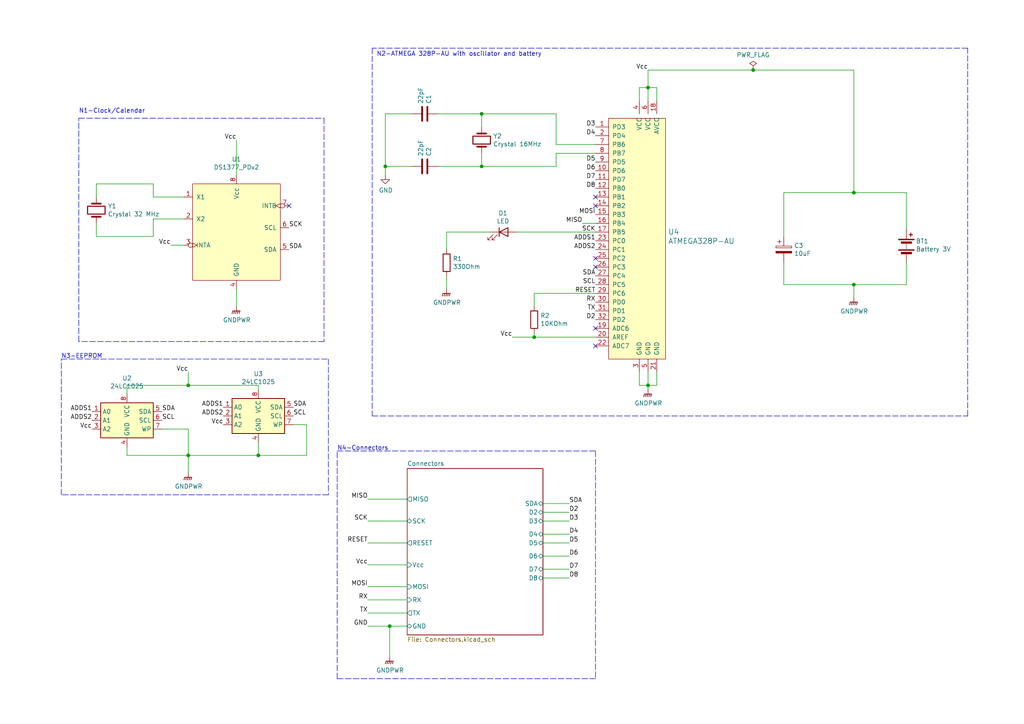
<source format=kicad_sch>
(kicad_sch
	(version 20231120)
	(generator "eeschema")
	(generator_version "8.0")
	(uuid "089a7e55-933b-4901-802f-3cfe72b7e957")
	(paper "A4")
	(title_block
		(title "Project UNO")
		(date "2024-10-28")
		(comment 1 "Designed by KINIZI")
	)
	(lib_symbols
		(symbol "Device:Battery"
			(pin_numbers hide)
			(pin_names
				(offset 0) hide)
			(exclude_from_sim no)
			(in_bom yes)
			(on_board yes)
			(property "Reference" "BT"
				(at 2.54 2.54 0)
				(effects
					(font
						(size 1.27 1.27)
					)
					(justify left)
				)
			)
			(property "Value" "Battery"
				(at 2.54 0 0)
				(effects
					(font
						(size 1.27 1.27)
					)
					(justify left)
				)
			)
			(property "Footprint" ""
				(at 0 1.524 90)
				(effects
					(font
						(size 1.27 1.27)
					)
					(hide yes)
				)
			)
			(property "Datasheet" "~"
				(at 0 1.524 90)
				(effects
					(font
						(size 1.27 1.27)
					)
					(hide yes)
				)
			)
			(property "Description" "Multiple-cell battery"
				(at 0 0 0)
				(effects
					(font
						(size 1.27 1.27)
					)
					(hide yes)
				)
			)
			(property "ki_keywords" "batt voltage-source cell"
				(at 0 0 0)
				(effects
					(font
						(size 1.27 1.27)
					)
					(hide yes)
				)
			)
			(symbol "Battery_0_1"
				(rectangle
					(start -2.286 -1.27)
					(end 2.286 -1.524)
					(stroke
						(width 0)
						(type default)
					)
					(fill
						(type outline)
					)
				)
				(rectangle
					(start -2.286 1.778)
					(end 2.286 1.524)
					(stroke
						(width 0)
						(type default)
					)
					(fill
						(type outline)
					)
				)
				(rectangle
					(start -1.524 -2.032)
					(end 1.524 -2.54)
					(stroke
						(width 0)
						(type default)
					)
					(fill
						(type outline)
					)
				)
				(rectangle
					(start -1.524 1.016)
					(end 1.524 0.508)
					(stroke
						(width 0)
						(type default)
					)
					(fill
						(type outline)
					)
				)
				(polyline
					(pts
						(xy 0 -1.016) (xy 0 -0.762)
					)
					(stroke
						(width 0)
						(type default)
					)
					(fill
						(type none)
					)
				)
				(polyline
					(pts
						(xy 0 -0.508) (xy 0 -0.254)
					)
					(stroke
						(width 0)
						(type default)
					)
					(fill
						(type none)
					)
				)
				(polyline
					(pts
						(xy 0 0) (xy 0 0.254)
					)
					(stroke
						(width 0)
						(type default)
					)
					(fill
						(type none)
					)
				)
				(polyline
					(pts
						(xy 0 1.778) (xy 0 2.54)
					)
					(stroke
						(width 0)
						(type default)
					)
					(fill
						(type none)
					)
				)
				(polyline
					(pts
						(xy 0.762 3.048) (xy 1.778 3.048)
					)
					(stroke
						(width 0.254)
						(type default)
					)
					(fill
						(type none)
					)
				)
				(polyline
					(pts
						(xy 1.27 3.556) (xy 1.27 2.54)
					)
					(stroke
						(width 0.254)
						(type default)
					)
					(fill
						(type none)
					)
				)
			)
			(symbol "Battery_1_1"
				(pin passive line
					(at 0 5.08 270)
					(length 2.54)
					(name "+"
						(effects
							(font
								(size 1.27 1.27)
							)
						)
					)
					(number "1"
						(effects
							(font
								(size 1.27 1.27)
							)
						)
					)
				)
				(pin passive line
					(at 0 -5.08 90)
					(length 2.54)
					(name "-"
						(effects
							(font
								(size 1.27 1.27)
							)
						)
					)
					(number "2"
						(effects
							(font
								(size 1.27 1.27)
							)
						)
					)
				)
			)
		)
		(symbol "Device:C"
			(pin_numbers hide)
			(pin_names
				(offset 0.254)
			)
			(exclude_from_sim no)
			(in_bom yes)
			(on_board yes)
			(property "Reference" "C"
				(at 0.635 2.54 0)
				(effects
					(font
						(size 1.27 1.27)
					)
					(justify left)
				)
			)
			(property "Value" "C"
				(at 0.635 -2.54 0)
				(effects
					(font
						(size 1.27 1.27)
					)
					(justify left)
				)
			)
			(property "Footprint" ""
				(at 0.9652 -3.81 0)
				(effects
					(font
						(size 1.27 1.27)
					)
					(hide yes)
				)
			)
			(property "Datasheet" "~"
				(at 0 0 0)
				(effects
					(font
						(size 1.27 1.27)
					)
					(hide yes)
				)
			)
			(property "Description" "Unpolarized capacitor"
				(at 0 0 0)
				(effects
					(font
						(size 1.27 1.27)
					)
					(hide yes)
				)
			)
			(property "ki_keywords" "cap capacitor"
				(at 0 0 0)
				(effects
					(font
						(size 1.27 1.27)
					)
					(hide yes)
				)
			)
			(property "ki_fp_filters" "C_*"
				(at 0 0 0)
				(effects
					(font
						(size 1.27 1.27)
					)
					(hide yes)
				)
			)
			(symbol "C_0_1"
				(polyline
					(pts
						(xy -2.032 -0.762) (xy 2.032 -0.762)
					)
					(stroke
						(width 0.508)
						(type default)
					)
					(fill
						(type none)
					)
				)
				(polyline
					(pts
						(xy -2.032 0.762) (xy 2.032 0.762)
					)
					(stroke
						(width 0.508)
						(type default)
					)
					(fill
						(type none)
					)
				)
			)
			(symbol "C_1_1"
				(pin passive line
					(at 0 3.81 270)
					(length 2.794)
					(name "~"
						(effects
							(font
								(size 1.27 1.27)
							)
						)
					)
					(number "1"
						(effects
							(font
								(size 1.27 1.27)
							)
						)
					)
				)
				(pin passive line
					(at 0 -3.81 90)
					(length 2.794)
					(name "~"
						(effects
							(font
								(size 1.27 1.27)
							)
						)
					)
					(number "2"
						(effects
							(font
								(size 1.27 1.27)
							)
						)
					)
				)
			)
		)
		(symbol "Device:CP"
			(pin_numbers hide)
			(pin_names
				(offset 0.254)
			)
			(exclude_from_sim no)
			(in_bom yes)
			(on_board yes)
			(property "Reference" "C"
				(at 0.635 2.54 0)
				(effects
					(font
						(size 1.27 1.27)
					)
					(justify left)
				)
			)
			(property "Value" "Device_CP"
				(at 0.635 -2.54 0)
				(effects
					(font
						(size 1.27 1.27)
					)
					(justify left)
				)
			)
			(property "Footprint" ""
				(at 0.9652 -3.81 0)
				(effects
					(font
						(size 1.27 1.27)
					)
					(hide yes)
				)
			)
			(property "Datasheet" ""
				(at 0 0 0)
				(effects
					(font
						(size 1.27 1.27)
					)
					(hide yes)
				)
			)
			(property "Description" ""
				(at 0 0 0)
				(effects
					(font
						(size 1.27 1.27)
					)
					(hide yes)
				)
			)
			(property "ki_fp_filters" "CP_*"
				(at 0 0 0)
				(effects
					(font
						(size 1.27 1.27)
					)
					(hide yes)
				)
			)
			(symbol "CP_0_1"
				(rectangle
					(start -2.286 0.508)
					(end 2.286 1.016)
					(stroke
						(width 0)
						(type solid)
					)
					(fill
						(type none)
					)
				)
				(polyline
					(pts
						(xy -1.778 2.286) (xy -0.762 2.286)
					)
					(stroke
						(width 0)
						(type solid)
					)
					(fill
						(type none)
					)
				)
				(polyline
					(pts
						(xy -1.27 2.794) (xy -1.27 1.778)
					)
					(stroke
						(width 0)
						(type solid)
					)
					(fill
						(type none)
					)
				)
				(rectangle
					(start 2.286 -0.508)
					(end -2.286 -1.016)
					(stroke
						(width 0)
						(type solid)
					)
					(fill
						(type outline)
					)
				)
			)
			(symbol "CP_1_1"
				(pin passive line
					(at 0 3.81 270)
					(length 2.794)
					(name "~"
						(effects
							(font
								(size 1.27 1.27)
							)
						)
					)
					(number "1"
						(effects
							(font
								(size 1.27 1.27)
							)
						)
					)
				)
				(pin passive line
					(at 0 -3.81 90)
					(length 2.794)
					(name "~"
						(effects
							(font
								(size 1.27 1.27)
							)
						)
					)
					(number "2"
						(effects
							(font
								(size 1.27 1.27)
							)
						)
					)
				)
			)
		)
		(symbol "Device:Crystal"
			(pin_numbers hide)
			(pin_names
				(offset 1.016) hide)
			(exclude_from_sim no)
			(in_bom yes)
			(on_board yes)
			(property "Reference" "Y"
				(at 0 3.81 0)
				(effects
					(font
						(size 1.27 1.27)
					)
				)
			)
			(property "Value" "Crystal"
				(at 0 -3.81 0)
				(effects
					(font
						(size 1.27 1.27)
					)
				)
			)
			(property "Footprint" ""
				(at 0 0 0)
				(effects
					(font
						(size 1.27 1.27)
					)
					(hide yes)
				)
			)
			(property "Datasheet" "~"
				(at 0 0 0)
				(effects
					(font
						(size 1.27 1.27)
					)
					(hide yes)
				)
			)
			(property "Description" "Two pin crystal"
				(at 0 0 0)
				(effects
					(font
						(size 1.27 1.27)
					)
					(hide yes)
				)
			)
			(property "ki_keywords" "quartz ceramic resonator oscillator"
				(at 0 0 0)
				(effects
					(font
						(size 1.27 1.27)
					)
					(hide yes)
				)
			)
			(property "ki_fp_filters" "Crystal*"
				(at 0 0 0)
				(effects
					(font
						(size 1.27 1.27)
					)
					(hide yes)
				)
			)
			(symbol "Crystal_0_1"
				(rectangle
					(start -1.143 2.54)
					(end 1.143 -2.54)
					(stroke
						(width 0.3048)
						(type default)
					)
					(fill
						(type none)
					)
				)
				(polyline
					(pts
						(xy -2.54 0) (xy -1.905 0)
					)
					(stroke
						(width 0)
						(type default)
					)
					(fill
						(type none)
					)
				)
				(polyline
					(pts
						(xy -1.905 -1.27) (xy -1.905 1.27)
					)
					(stroke
						(width 0.508)
						(type default)
					)
					(fill
						(type none)
					)
				)
				(polyline
					(pts
						(xy 1.905 -1.27) (xy 1.905 1.27)
					)
					(stroke
						(width 0.508)
						(type default)
					)
					(fill
						(type none)
					)
				)
				(polyline
					(pts
						(xy 2.54 0) (xy 1.905 0)
					)
					(stroke
						(width 0)
						(type default)
					)
					(fill
						(type none)
					)
				)
			)
			(symbol "Crystal_1_1"
				(pin passive line
					(at -3.81 0 0)
					(length 1.27)
					(name "1"
						(effects
							(font
								(size 1.27 1.27)
							)
						)
					)
					(number "1"
						(effects
							(font
								(size 1.27 1.27)
							)
						)
					)
				)
				(pin passive line
					(at 3.81 0 180)
					(length 1.27)
					(name "2"
						(effects
							(font
								(size 1.27 1.27)
							)
						)
					)
					(number "2"
						(effects
							(font
								(size 1.27 1.27)
							)
						)
					)
				)
			)
		)
		(symbol "Device:LED"
			(pin_numbers hide)
			(pin_names
				(offset 1.016) hide)
			(exclude_from_sim no)
			(in_bom yes)
			(on_board yes)
			(property "Reference" "D"
				(at 0 2.54 0)
				(effects
					(font
						(size 1.27 1.27)
					)
				)
			)
			(property "Value" "LED"
				(at 0 -2.54 0)
				(effects
					(font
						(size 1.27 1.27)
					)
				)
			)
			(property "Footprint" ""
				(at 0 0 0)
				(effects
					(font
						(size 1.27 1.27)
					)
					(hide yes)
				)
			)
			(property "Datasheet" "~"
				(at 0 0 0)
				(effects
					(font
						(size 1.27 1.27)
					)
					(hide yes)
				)
			)
			(property "Description" "Light emitting diode"
				(at 0 0 0)
				(effects
					(font
						(size 1.27 1.27)
					)
					(hide yes)
				)
			)
			(property "ki_keywords" "LED diode"
				(at 0 0 0)
				(effects
					(font
						(size 1.27 1.27)
					)
					(hide yes)
				)
			)
			(property "ki_fp_filters" "LED* LED_SMD:* LED_THT:*"
				(at 0 0 0)
				(effects
					(font
						(size 1.27 1.27)
					)
					(hide yes)
				)
			)
			(symbol "LED_0_1"
				(polyline
					(pts
						(xy -1.27 -1.27) (xy -1.27 1.27)
					)
					(stroke
						(width 0.254)
						(type default)
					)
					(fill
						(type none)
					)
				)
				(polyline
					(pts
						(xy -1.27 0) (xy 1.27 0)
					)
					(stroke
						(width 0)
						(type default)
					)
					(fill
						(type none)
					)
				)
				(polyline
					(pts
						(xy 1.27 -1.27) (xy 1.27 1.27) (xy -1.27 0) (xy 1.27 -1.27)
					)
					(stroke
						(width 0.254)
						(type default)
					)
					(fill
						(type none)
					)
				)
				(polyline
					(pts
						(xy -3.048 -0.762) (xy -4.572 -2.286) (xy -3.81 -2.286) (xy -4.572 -2.286) (xy -4.572 -1.524)
					)
					(stroke
						(width 0)
						(type default)
					)
					(fill
						(type none)
					)
				)
				(polyline
					(pts
						(xy -1.778 -0.762) (xy -3.302 -2.286) (xy -2.54 -2.286) (xy -3.302 -2.286) (xy -3.302 -1.524)
					)
					(stroke
						(width 0)
						(type default)
					)
					(fill
						(type none)
					)
				)
			)
			(symbol "LED_1_1"
				(pin passive line
					(at -3.81 0 0)
					(length 2.54)
					(name "K"
						(effects
							(font
								(size 1.27 1.27)
							)
						)
					)
					(number "1"
						(effects
							(font
								(size 1.27 1.27)
							)
						)
					)
				)
				(pin passive line
					(at 3.81 0 180)
					(length 2.54)
					(name "A"
						(effects
							(font
								(size 1.27 1.27)
							)
						)
					)
					(number "2"
						(effects
							(font
								(size 1.27 1.27)
							)
						)
					)
				)
			)
		)
		(symbol "Device:R"
			(pin_numbers hide)
			(pin_names
				(offset 0)
			)
			(exclude_from_sim no)
			(in_bom yes)
			(on_board yes)
			(property "Reference" "R"
				(at 2.032 0 90)
				(effects
					(font
						(size 1.27 1.27)
					)
				)
			)
			(property "Value" "R"
				(at 0 0 90)
				(effects
					(font
						(size 1.27 1.27)
					)
				)
			)
			(property "Footprint" ""
				(at -1.778 0 90)
				(effects
					(font
						(size 1.27 1.27)
					)
					(hide yes)
				)
			)
			(property "Datasheet" "~"
				(at 0 0 0)
				(effects
					(font
						(size 1.27 1.27)
					)
					(hide yes)
				)
			)
			(property "Description" "Resistor"
				(at 0 0 0)
				(effects
					(font
						(size 1.27 1.27)
					)
					(hide yes)
				)
			)
			(property "ki_keywords" "R res resistor"
				(at 0 0 0)
				(effects
					(font
						(size 1.27 1.27)
					)
					(hide yes)
				)
			)
			(property "ki_fp_filters" "R_*"
				(at 0 0 0)
				(effects
					(font
						(size 1.27 1.27)
					)
					(hide yes)
				)
			)
			(symbol "R_0_1"
				(rectangle
					(start -1.016 -2.54)
					(end 1.016 2.54)
					(stroke
						(width 0.254)
						(type default)
					)
					(fill
						(type none)
					)
				)
			)
			(symbol "R_1_1"
				(pin passive line
					(at 0 3.81 270)
					(length 1.27)
					(name "~"
						(effects
							(font
								(size 1.27 1.27)
							)
						)
					)
					(number "1"
						(effects
							(font
								(size 1.27 1.27)
							)
						)
					)
				)
				(pin passive line
					(at 0 -3.81 90)
					(length 1.27)
					(name "~"
						(effects
							(font
								(size 1.27 1.27)
							)
						)
					)
					(number "2"
						(effects
							(font
								(size 1.27 1.27)
							)
						)
					)
				)
			)
		)
		(symbol "Memory_EEPROM:24LC1025"
			(exclude_from_sim no)
			(in_bom yes)
			(on_board yes)
			(property "Reference" "U"
				(at -6.35 6.35 0)
				(effects
					(font
						(size 1.27 1.27)
					)
				)
			)
			(property "Value" "24LC1025"
				(at 1.27 6.35 0)
				(effects
					(font
						(size 1.27 1.27)
					)
					(justify left)
				)
			)
			(property "Footprint" ""
				(at 0 0 0)
				(effects
					(font
						(size 1.27 1.27)
					)
					(hide yes)
				)
			)
			(property "Datasheet" "http://ww1.microchip.com/downloads/en/DeviceDoc/21941B.pdf"
				(at 0 0 0)
				(effects
					(font
						(size 1.27 1.27)
					)
					(hide yes)
				)
			)
			(property "Description" "I2C Serial EEPROM, 1024Kb, DIP-8/SOIC-8/TSSOP-8/DFN-8"
				(at 0 0 0)
				(effects
					(font
						(size 1.27 1.27)
					)
					(hide yes)
				)
			)
			(property "ki_keywords" "I2C Serial EEPROM"
				(at 0 0 0)
				(effects
					(font
						(size 1.27 1.27)
					)
					(hide yes)
				)
			)
			(property "ki_fp_filters" "DIP*W7.62mm* SOIC*3.9x4.9mm* TSSOP*4.4x3mm*P0.65mm* DFN*3x2mm*P0.5mm*"
				(at 0 0 0)
				(effects
					(font
						(size 1.27 1.27)
					)
					(hide yes)
				)
			)
			(symbol "24LC1025_1_1"
				(rectangle
					(start -7.62 5.08)
					(end 7.62 -5.08)
					(stroke
						(width 0.254)
						(type default)
					)
					(fill
						(type background)
					)
				)
				(pin input line
					(at -10.16 2.54 0)
					(length 2.54)
					(name "A0"
						(effects
							(font
								(size 1.27 1.27)
							)
						)
					)
					(number "1"
						(effects
							(font
								(size 1.27 1.27)
							)
						)
					)
				)
				(pin input line
					(at -10.16 0 0)
					(length 2.54)
					(name "A1"
						(effects
							(font
								(size 1.27 1.27)
							)
						)
					)
					(number "2"
						(effects
							(font
								(size 1.27 1.27)
							)
						)
					)
				)
				(pin input line
					(at -10.16 -2.54 0)
					(length 2.54)
					(name "A2"
						(effects
							(font
								(size 1.27 1.27)
							)
						)
					)
					(number "3"
						(effects
							(font
								(size 1.27 1.27)
							)
						)
					)
				)
				(pin power_in line
					(at 0 -7.62 90)
					(length 2.54)
					(name "GND"
						(effects
							(font
								(size 1.27 1.27)
							)
						)
					)
					(number "4"
						(effects
							(font
								(size 1.27 1.27)
							)
						)
					)
				)
				(pin bidirectional line
					(at 10.16 2.54 180)
					(length 2.54)
					(name "SDA"
						(effects
							(font
								(size 1.27 1.27)
							)
						)
					)
					(number "5"
						(effects
							(font
								(size 1.27 1.27)
							)
						)
					)
				)
				(pin input line
					(at 10.16 0 180)
					(length 2.54)
					(name "SCL"
						(effects
							(font
								(size 1.27 1.27)
							)
						)
					)
					(number "6"
						(effects
							(font
								(size 1.27 1.27)
							)
						)
					)
				)
				(pin input line
					(at 10.16 -2.54 180)
					(length 2.54)
					(name "WP"
						(effects
							(font
								(size 1.27 1.27)
							)
						)
					)
					(number "7"
						(effects
							(font
								(size 1.27 1.27)
							)
						)
					)
				)
				(pin power_in line
					(at 0 7.62 270)
					(length 2.54)
					(name "VCC"
						(effects
							(font
								(size 1.27 1.27)
							)
						)
					)
					(number "8"
						(effects
							(font
								(size 1.27 1.27)
							)
						)
					)
				)
			)
		)
		(symbol "dk_Embedded-Microcontrollers:ATMEGA328P-AU"
			(pin_names
				(offset 1.016)
			)
			(exclude_from_sim no)
			(in_bom yes)
			(on_board yes)
			(property "Reference" "U"
				(at -8.89 38.1 0)
				(effects
					(font
						(size 1.524 1.524)
					)
					(justify left)
				)
			)
			(property "Value" "dk_Embedded-Microcontrollers_ATMEGA328P-AU"
				(at 2.54 1.27 90)
				(effects
					(font
						(size 1.524 1.524)
					)
				)
			)
			(property "Footprint" "digikey-footprints:TQFP-32_7x7mm"
				(at 5.08 5.08 0)
				(effects
					(font
						(size 1.524 1.524)
					)
					(justify left)
					(hide yes)
				)
			)
			(property "Datasheet" "http://www.microchip.com/mymicrochip/filehandler.aspx?ddocname=en608326"
				(at 5.08 7.62 0)
				(effects
					(font
						(size 1.524 1.524)
					)
					(justify left)
					(hide yes)
				)
			)
			(property "Description" ""
				(at 0 0 0)
				(effects
					(font
						(size 1.27 1.27)
					)
					(hide yes)
				)
			)
			(property "Digi-Key_PN" "ATMEGA328P-AU-ND"
				(at 5.08 10.16 0)
				(effects
					(font
						(size 1.524 1.524)
					)
					(justify left)
					(hide yes)
				)
			)
			(property "MPN" "ATMEGA328P-AU"
				(at 5.08 12.7 0)
				(effects
					(font
						(size 1.524 1.524)
					)
					(justify left)
					(hide yes)
				)
			)
			(property "Category" "Integrated Circuits (ICs)"
				(at 5.08 15.24 0)
				(effects
					(font
						(size 1.524 1.524)
					)
					(justify left)
					(hide yes)
				)
			)
			(property "Family" "Embedded - Microcontrollers"
				(at 5.08 17.78 0)
				(effects
					(font
						(size 1.524 1.524)
					)
					(justify left)
					(hide yes)
				)
			)
			(property "DK_Datasheet_Link" "http://www.microchip.com/mymicrochip/filehandler.aspx?ddocname=en608326"
				(at 5.08 20.32 0)
				(effects
					(font
						(size 1.524 1.524)
					)
					(justify left)
					(hide yes)
				)
			)
			(property "DK_Detail_Page" "/product-detail/en/microchip-technology/ATMEGA328P-AU/ATMEGA328P-AU-ND/1832260"
				(at 5.08 22.86 0)
				(effects
					(font
						(size 1.524 1.524)
					)
					(justify left)
					(hide yes)
				)
			)
			(property "Description_1" "IC MCU 8BIT 32KB FLASH 32TQFP"
				(at 5.08 25.4 0)
				(effects
					(font
						(size 1.524 1.524)
					)
					(justify left)
					(hide yes)
				)
			)
			(property "Manufacturer" "Microchip Technology"
				(at 5.08 27.94 0)
				(effects
					(font
						(size 1.524 1.524)
					)
					(justify left)
					(hide yes)
				)
			)
			(property "Status" "Active"
				(at 5.08 30.48 0)
				(effects
					(font
						(size 1.524 1.524)
					)
					(justify left)
					(hide yes)
				)
			)
			(symbol "ATMEGA328P-AU_0_1"
				(rectangle
					(start -8.89 35.56)
					(end 7.62 -34.29)
					(stroke
						(width 0)
						(type solid)
					)
					(fill
						(type background)
					)
				)
			)
			(symbol "ATMEGA328P-AU_1_1"
				(pin bidirectional line
					(at -12.7 33.02 0)
					(length 3.81)
					(name "PD3"
						(effects
							(font
								(size 1.27 1.27)
							)
						)
					)
					(number "1"
						(effects
							(font
								(size 1.27 1.27)
							)
						)
					)
				)
				(pin bidirectional line
					(at -12.7 20.32 0)
					(length 3.81)
					(name "PD6"
						(effects
							(font
								(size 1.27 1.27)
							)
						)
					)
					(number "10"
						(effects
							(font
								(size 1.27 1.27)
							)
						)
					)
				)
				(pin bidirectional line
					(at -12.7 17.78 0)
					(length 3.81)
					(name "PD7"
						(effects
							(font
								(size 1.27 1.27)
							)
						)
					)
					(number "11"
						(effects
							(font
								(size 1.27 1.27)
							)
						)
					)
				)
				(pin bidirectional line
					(at -12.7 15.24 0)
					(length 3.81)
					(name "PB0"
						(effects
							(font
								(size 1.27 1.27)
							)
						)
					)
					(number "12"
						(effects
							(font
								(size 1.27 1.27)
							)
						)
					)
				)
				(pin bidirectional line
					(at -12.7 12.7 0)
					(length 3.81)
					(name "PB1"
						(effects
							(font
								(size 1.27 1.27)
							)
						)
					)
					(number "13"
						(effects
							(font
								(size 1.27 1.27)
							)
						)
					)
				)
				(pin bidirectional line
					(at -12.7 10.16 0)
					(length 3.81)
					(name "PB2"
						(effects
							(font
								(size 1.27 1.27)
							)
						)
					)
					(number "14"
						(effects
							(font
								(size 1.27 1.27)
							)
						)
					)
				)
				(pin bidirectional line
					(at -12.7 7.62 0)
					(length 3.81)
					(name "PB3"
						(effects
							(font
								(size 1.27 1.27)
							)
						)
					)
					(number "15"
						(effects
							(font
								(size 1.27 1.27)
							)
						)
					)
				)
				(pin bidirectional line
					(at -12.7 5.08 0)
					(length 3.81)
					(name "PB4"
						(effects
							(font
								(size 1.27 1.27)
							)
						)
					)
					(number "16"
						(effects
							(font
								(size 1.27 1.27)
							)
						)
					)
				)
				(pin bidirectional line
					(at -12.7 2.54 0)
					(length 3.81)
					(name "PB5"
						(effects
							(font
								(size 1.27 1.27)
							)
						)
					)
					(number "17"
						(effects
							(font
								(size 1.27 1.27)
							)
						)
					)
				)
				(pin power_in line
					(at 5.08 40.64 270)
					(length 3.81)
					(name "AVCC"
						(effects
							(font
								(size 1.27 1.27)
							)
						)
					)
					(number "18"
						(effects
							(font
								(size 1.27 1.27)
							)
						)
					)
				)
				(pin input line
					(at -12.7 -25.4 0)
					(length 3.81)
					(name "ADC6"
						(effects
							(font
								(size 1.27 1.27)
							)
						)
					)
					(number "19"
						(effects
							(font
								(size 1.27 1.27)
							)
						)
					)
				)
				(pin bidirectional line
					(at -12.7 30.48 0)
					(length 3.81)
					(name "PD4"
						(effects
							(font
								(size 1.27 1.27)
							)
						)
					)
					(number "2"
						(effects
							(font
								(size 1.27 1.27)
							)
						)
					)
				)
				(pin input line
					(at -12.7 -27.94 0)
					(length 3.81)
					(name "AREF"
						(effects
							(font
								(size 1.27 1.27)
							)
						)
					)
					(number "20"
						(effects
							(font
								(size 1.27 1.27)
							)
						)
					)
				)
				(pin power_in line
					(at 5.08 -38.1 90)
					(length 3.81)
					(name "GND"
						(effects
							(font
								(size 1.27 1.27)
							)
						)
					)
					(number "21"
						(effects
							(font
								(size 1.27 1.27)
							)
						)
					)
				)
				(pin input line
					(at -12.7 -30.48 0)
					(length 3.81)
					(name "ADC7"
						(effects
							(font
								(size 1.27 1.27)
							)
						)
					)
					(number "22"
						(effects
							(font
								(size 1.27 1.27)
							)
						)
					)
				)
				(pin bidirectional line
					(at -12.7 0 0)
					(length 3.81)
					(name "PC0"
						(effects
							(font
								(size 1.27 1.27)
							)
						)
					)
					(number "23"
						(effects
							(font
								(size 1.27 1.27)
							)
						)
					)
				)
				(pin bidirectional line
					(at -12.7 -2.54 0)
					(length 3.81)
					(name "PC1"
						(effects
							(font
								(size 1.27 1.27)
							)
						)
					)
					(number "24"
						(effects
							(font
								(size 1.27 1.27)
							)
						)
					)
				)
				(pin bidirectional line
					(at -12.7 -5.08 0)
					(length 3.81)
					(name "PC2"
						(effects
							(font
								(size 1.27 1.27)
							)
						)
					)
					(number "25"
						(effects
							(font
								(size 1.27 1.27)
							)
						)
					)
				)
				(pin bidirectional line
					(at -12.7 -7.62 0)
					(length 3.81)
					(name "PC3"
						(effects
							(font
								(size 1.27 1.27)
							)
						)
					)
					(number "26"
						(effects
							(font
								(size 1.27 1.27)
							)
						)
					)
				)
				(pin bidirectional line
					(at -12.7 -10.16 0)
					(length 3.81)
					(name "PC4"
						(effects
							(font
								(size 1.27 1.27)
							)
						)
					)
					(number "27"
						(effects
							(font
								(size 1.27 1.27)
							)
						)
					)
				)
				(pin bidirectional line
					(at -12.7 -12.7 0)
					(length 3.81)
					(name "PC5"
						(effects
							(font
								(size 1.27 1.27)
							)
						)
					)
					(number "28"
						(effects
							(font
								(size 1.27 1.27)
							)
						)
					)
				)
				(pin bidirectional line
					(at -12.7 -15.24 0)
					(length 3.81)
					(name "PC6"
						(effects
							(font
								(size 1.27 1.27)
							)
						)
					)
					(number "29"
						(effects
							(font
								(size 1.27 1.27)
							)
						)
					)
				)
				(pin power_in line
					(at 0 -38.1 90)
					(length 3.81)
					(name "GND"
						(effects
							(font
								(size 1.27 1.27)
							)
						)
					)
					(number "3"
						(effects
							(font
								(size 1.27 1.27)
							)
						)
					)
				)
				(pin bidirectional line
					(at -12.7 -17.78 0)
					(length 3.81)
					(name "PD0"
						(effects
							(font
								(size 1.27 1.27)
							)
						)
					)
					(number "30"
						(effects
							(font
								(size 1.27 1.27)
							)
						)
					)
				)
				(pin bidirectional line
					(at -12.7 -20.32 0)
					(length 3.81)
					(name "PD1"
						(effects
							(font
								(size 1.27 1.27)
							)
						)
					)
					(number "31"
						(effects
							(font
								(size 1.27 1.27)
							)
						)
					)
				)
				(pin bidirectional line
					(at -12.7 -22.86 0)
					(length 3.81)
					(name "PD2"
						(effects
							(font
								(size 1.27 1.27)
							)
						)
					)
					(number "32"
						(effects
							(font
								(size 1.27 1.27)
							)
						)
					)
				)
				(pin power_in line
					(at 0 40.64 270)
					(length 3.81)
					(name "VCC"
						(effects
							(font
								(size 1.27 1.27)
							)
						)
					)
					(number "4"
						(effects
							(font
								(size 1.27 1.27)
							)
						)
					)
				)
				(pin power_in line
					(at 2.54 -38.1 90)
					(length 3.81)
					(name "GND"
						(effects
							(font
								(size 1.27 1.27)
							)
						)
					)
					(number "5"
						(effects
							(font
								(size 1.27 1.27)
							)
						)
					)
				)
				(pin power_in line
					(at 2.54 40.64 270)
					(length 3.81)
					(name "VCC"
						(effects
							(font
								(size 1.27 1.27)
							)
						)
					)
					(number "6"
						(effects
							(font
								(size 1.27 1.27)
							)
						)
					)
				)
				(pin bidirectional line
					(at -12.7 27.94 0)
					(length 3.81)
					(name "PB6"
						(effects
							(font
								(size 1.27 1.27)
							)
						)
					)
					(number "7"
						(effects
							(font
								(size 1.27 1.27)
							)
						)
					)
				)
				(pin bidirectional line
					(at -12.7 25.4 0)
					(length 3.81)
					(name "PB7"
						(effects
							(font
								(size 1.27 1.27)
							)
						)
					)
					(number "8"
						(effects
							(font
								(size 1.27 1.27)
							)
						)
					)
				)
				(pin bidirectional line
					(at -12.7 22.86 0)
					(length 3.81)
					(name "PD5"
						(effects
							(font
								(size 1.27 1.27)
							)
						)
					)
					(number "9"
						(effects
							(font
								(size 1.27 1.27)
							)
						)
					)
				)
			)
		)
		(symbol "power:GND"
			(power)
			(pin_numbers hide)
			(pin_names
				(offset 0) hide)
			(exclude_from_sim no)
			(in_bom yes)
			(on_board yes)
			(property "Reference" "#PWR"
				(at 0 -6.35 0)
				(effects
					(font
						(size 1.27 1.27)
					)
					(hide yes)
				)
			)
			(property "Value" "GND"
				(at 0 -3.81 0)
				(effects
					(font
						(size 1.27 1.27)
					)
				)
			)
			(property "Footprint" ""
				(at 0 0 0)
				(effects
					(font
						(size 1.27 1.27)
					)
					(hide yes)
				)
			)
			(property "Datasheet" ""
				(at 0 0 0)
				(effects
					(font
						(size 1.27 1.27)
					)
					(hide yes)
				)
			)
			(property "Description" "Power symbol creates a global label with name \"GND\" , ground"
				(at 0 0 0)
				(effects
					(font
						(size 1.27 1.27)
					)
					(hide yes)
				)
			)
			(property "ki_keywords" "global power"
				(at 0 0 0)
				(effects
					(font
						(size 1.27 1.27)
					)
					(hide yes)
				)
			)
			(symbol "GND_0_1"
				(polyline
					(pts
						(xy 0 0) (xy 0 -1.27) (xy 1.27 -1.27) (xy 0 -2.54) (xy -1.27 -1.27) (xy 0 -1.27)
					)
					(stroke
						(width 0)
						(type default)
					)
					(fill
						(type none)
					)
				)
			)
			(symbol "GND_1_1"
				(pin power_in line
					(at 0 0 270)
					(length 0)
					(name "~"
						(effects
							(font
								(size 1.27 1.27)
							)
						)
					)
					(number "1"
						(effects
							(font
								(size 1.27 1.27)
							)
						)
					)
				)
			)
		)
		(symbol "power:GNDPWR"
			(power)
			(pin_numbers hide)
			(pin_names
				(offset 0) hide)
			(exclude_from_sim no)
			(in_bom yes)
			(on_board yes)
			(property "Reference" "#PWR"
				(at 0 -5.08 0)
				(effects
					(font
						(size 1.27 1.27)
					)
					(hide yes)
				)
			)
			(property "Value" "GNDPWR"
				(at 0 -3.302 0)
				(effects
					(font
						(size 1.27 1.27)
					)
				)
			)
			(property "Footprint" ""
				(at 0 -1.27 0)
				(effects
					(font
						(size 1.27 1.27)
					)
					(hide yes)
				)
			)
			(property "Datasheet" ""
				(at 0 -1.27 0)
				(effects
					(font
						(size 1.27 1.27)
					)
					(hide yes)
				)
			)
			(property "Description" "Power symbol creates a global label with name \"GNDPWR\" , global ground"
				(at 0 0 0)
				(effects
					(font
						(size 1.27 1.27)
					)
					(hide yes)
				)
			)
			(property "ki_keywords" "global ground"
				(at 0 0 0)
				(effects
					(font
						(size 1.27 1.27)
					)
					(hide yes)
				)
			)
			(symbol "GNDPWR_0_1"
				(polyline
					(pts
						(xy 0 -1.27) (xy 0 0)
					)
					(stroke
						(width 0)
						(type default)
					)
					(fill
						(type none)
					)
				)
				(polyline
					(pts
						(xy -1.016 -1.27) (xy -1.27 -2.032) (xy -1.27 -2.032)
					)
					(stroke
						(width 0.2032)
						(type default)
					)
					(fill
						(type none)
					)
				)
				(polyline
					(pts
						(xy -0.508 -1.27) (xy -0.762 -2.032) (xy -0.762 -2.032)
					)
					(stroke
						(width 0.2032)
						(type default)
					)
					(fill
						(type none)
					)
				)
				(polyline
					(pts
						(xy 0 -1.27) (xy -0.254 -2.032) (xy -0.254 -2.032)
					)
					(stroke
						(width 0.2032)
						(type default)
					)
					(fill
						(type none)
					)
				)
				(polyline
					(pts
						(xy 0.508 -1.27) (xy 0.254 -2.032) (xy 0.254 -2.032)
					)
					(stroke
						(width 0.2032)
						(type default)
					)
					(fill
						(type none)
					)
				)
				(polyline
					(pts
						(xy 1.016 -1.27) (xy -1.016 -1.27) (xy -1.016 -1.27)
					)
					(stroke
						(width 0.2032)
						(type default)
					)
					(fill
						(type none)
					)
				)
				(polyline
					(pts
						(xy 1.016 -1.27) (xy 0.762 -2.032) (xy 0.762 -2.032) (xy 0.762 -2.032)
					)
					(stroke
						(width 0.2032)
						(type default)
					)
					(fill
						(type none)
					)
				)
			)
			(symbol "GNDPWR_1_1"
				(pin power_in line
					(at 0 0 270)
					(length 0)
					(name "~"
						(effects
							(font
								(size 1.27 1.27)
							)
						)
					)
					(number "1"
						(effects
							(font
								(size 1.27 1.27)
							)
						)
					)
				)
			)
		)
		(symbol "power:PWR_FLAG"
			(power)
			(pin_numbers hide)
			(pin_names
				(offset 0) hide)
			(exclude_from_sim no)
			(in_bom yes)
			(on_board yes)
			(property "Reference" "#FLG"
				(at 0 1.905 0)
				(effects
					(font
						(size 1.27 1.27)
					)
					(hide yes)
				)
			)
			(property "Value" "PWR_FLAG"
				(at 0 3.81 0)
				(effects
					(font
						(size 1.27 1.27)
					)
				)
			)
			(property "Footprint" ""
				(at 0 0 0)
				(effects
					(font
						(size 1.27 1.27)
					)
					(hide yes)
				)
			)
			(property "Datasheet" "~"
				(at 0 0 0)
				(effects
					(font
						(size 1.27 1.27)
					)
					(hide yes)
				)
			)
			(property "Description" "Special symbol for telling ERC where power comes from"
				(at 0 0 0)
				(effects
					(font
						(size 1.27 1.27)
					)
					(hide yes)
				)
			)
			(property "ki_keywords" "flag power"
				(at 0 0 0)
				(effects
					(font
						(size 1.27 1.27)
					)
					(hide yes)
				)
			)
			(symbol "PWR_FLAG_0_0"
				(pin power_out line
					(at 0 0 90)
					(length 0)
					(name "~"
						(effects
							(font
								(size 1.27 1.27)
							)
						)
					)
					(number "1"
						(effects
							(font
								(size 1.27 1.27)
							)
						)
					)
				)
			)
			(symbol "PWR_FLAG_0_1"
				(polyline
					(pts
						(xy 0 0) (xy 0 1.27) (xy -1.016 1.905) (xy 0 2.54) (xy 1.016 1.905) (xy 0 1.27)
					)
					(stroke
						(width 0)
						(type default)
					)
					(fill
						(type none)
					)
				)
			)
		)
		(symbol "project3:DS1377_PDv2"
			(pin_names
				(offset 1.016)
			)
			(exclude_from_sim no)
			(in_bom yes)
			(on_board yes)
			(property "Reference" "U"
				(at 0 24.13 0)
				(effects
					(font
						(size 1.27 1.27)
					)
				)
			)
			(property "Value" "project3_DS1377_PDv2"
				(at 0 29.21 0)
				(effects
					(font
						(size 1.27 1.27)
					)
				)
			)
			(property "Footprint" ""
				(at 0 24.13 0)
				(effects
					(font
						(size 1.27 1.27)
					)
					(hide yes)
				)
			)
			(property "Datasheet" ""
				(at 0 24.13 0)
				(effects
					(font
						(size 1.27 1.27)
					)
					(hide yes)
				)
			)
			(property "Description" ""
				(at 0 0 0)
				(effects
					(font
						(size 1.27 1.27)
					)
					(hide yes)
				)
			)
			(symbol "DS1377_PDv2_0_1"
				(rectangle
					(start -10.16 21.59)
					(end 15.24 -6.35)
					(stroke
						(width 0)
						(type solid)
					)
					(fill
						(type background)
					)
				)
			)
			(symbol "DS1377_PDv2_1_1"
				(pin input line
					(at -12.7 17.78 0)
					(length 2.54)
					(name "X1"
						(effects
							(font
								(size 1.27 1.27)
							)
						)
					)
					(number "1"
						(effects
							(font
								(size 1.27 1.27)
							)
						)
					)
				)
				(pin input line
					(at -12.7 11.43 0)
					(length 2.54)
					(name "X2"
						(effects
							(font
								(size 1.27 1.27)
							)
						)
					)
					(number "2"
						(effects
							(font
								(size 1.27 1.27)
							)
						)
					)
				)
				(pin input inverted_clock
					(at -12.7 3.81 0)
					(length 2.54)
					(name "INTA"
						(effects
							(font
								(size 1.27 1.27)
							)
						)
					)
					(number "3"
						(effects
							(font
								(size 1.27 1.27)
							)
						)
					)
				)
				(pin output line
					(at 2.54 -8.89 90)
					(length 2.54)
					(name "GND"
						(effects
							(font
								(size 1.27 1.27)
							)
						)
					)
					(number "4"
						(effects
							(font
								(size 1.27 1.27)
							)
						)
					)
				)
				(pin bidirectional line
					(at 17.78 2.54 180)
					(length 2.54)
					(name "SDA"
						(effects
							(font
								(size 1.27 1.27)
							)
						)
					)
					(number "5"
						(effects
							(font
								(size 1.27 1.27)
							)
						)
					)
				)
				(pin input line
					(at 17.78 8.89 180)
					(length 2.54)
					(name "SCL"
						(effects
							(font
								(size 1.27 1.27)
							)
						)
					)
					(number "6"
						(effects
							(font
								(size 1.27 1.27)
							)
						)
					)
				)
				(pin input inverted_clock
					(at 17.78 15.24 180)
					(length 2.54)
					(name "INTB"
						(effects
							(font
								(size 1.27 1.27)
							)
						)
					)
					(number "7"
						(effects
							(font
								(size 1.27 1.27)
							)
						)
					)
				)
				(pin input line
					(at 2.54 24.13 270)
					(length 2.54)
					(name "Vcc"
						(effects
							(font
								(size 1.27 1.27)
							)
						)
					)
					(number "8"
						(effects
							(font
								(size 1.27 1.27)
							)
						)
					)
				)
			)
		)
	)
	(junction
		(at 187.96 111.76)
		(diameter 0)
		(color 0 0 0 0)
		(uuid "136530b9-85ed-4a5a-9ac5-d6349f252586")
	)
	(junction
		(at 54.61 111.76)
		(diameter 0)
		(color 0 0 0 0)
		(uuid "1599c1bf-e7c5-4fdc-aece-c6a9088befdb")
	)
	(junction
		(at 247.65 55.88)
		(diameter 0)
		(color 0 0 0 0)
		(uuid "1d59213d-a576-4223-bb4e-667ef282ace9")
	)
	(junction
		(at 54.61 132.08)
		(diameter 0)
		(color 0 0 0 0)
		(uuid "3f5736d6-0e99-4aef-94ad-880b492dbc01")
	)
	(junction
		(at 139.7 33.02)
		(diameter 0)
		(color 0 0 0 0)
		(uuid "3fe00b68-98e6-4fe9-87bd-18ca884fda97")
	)
	(junction
		(at 218.44 20.32)
		(diameter 0)
		(color 0 0 0 0)
		(uuid "6ea0eba5-8c41-4eb2-ae93-cc0758026c14")
	)
	(junction
		(at 247.65 82.55)
		(diameter 0)
		(color 0 0 0 0)
		(uuid "6f63ef10-5d72-4c7b-a315-f40a9e417d7c")
	)
	(junction
		(at 154.94 97.79)
		(diameter 0)
		(color 0 0 0 0)
		(uuid "7b8a7f28-a653-4997-9f9d-b2df7901d4a6")
	)
	(junction
		(at 139.7 48.26)
		(diameter 0)
		(color 0 0 0 0)
		(uuid "9f718702-41a8-4db1-bf84-5d59f4b01438")
	)
	(junction
		(at 111.76 48.26)
		(diameter 0)
		(color 0 0 0 0)
		(uuid "be4d1065-6a02-4500-9c5a-738345417c56")
	)
	(junction
		(at 74.93 132.08)
		(diameter 0)
		(color 0 0 0 0)
		(uuid "c0d9ed2e-6d72-4bf9-9c9c-3e77f58abde2")
	)
	(junction
		(at 187.96 25.4)
		(diameter 0)
		(color 0 0 0 0)
		(uuid "c6e24b62-7792-46ee-a21a-09ae5536ce1c")
	)
	(junction
		(at 113.03 181.61)
		(diameter 0)
		(color 0 0 0 0)
		(uuid "e3a044c2-28bd-48c6-ab20-d4bbb86d7186")
	)
	(no_connect
		(at 172.72 57.15)
		(uuid "1957ec5e-a6c1-4dfb-957c-b114ce00f938")
	)
	(no_connect
		(at 172.72 77.47)
		(uuid "28b20982-3117-47cb-9ad3-ae4b0844b808")
	)
	(no_connect
		(at 172.72 95.25)
		(uuid "86510cec-c691-4b64-958a-bf2f5736c5c1")
	)
	(no_connect
		(at 172.72 74.93)
		(uuid "9c447d40-7bb0-4052-8d45-51a584f2dbf8")
	)
	(no_connect
		(at 172.72 59.69)
		(uuid "9c71ea35-552a-4940-bb8d-2124a931f9d8")
	)
	(no_connect
		(at 172.72 100.33)
		(uuid "dc77aa33-b9e0-4a3e-943f-1033aee05fe5")
	)
	(no_connect
		(at 83.82 59.69)
		(uuid "eab69458-270f-4dfd-be67-f210541b859f")
	)
	(polyline
		(pts
			(xy 97.79 130.81) (xy 172.72 130.81)
		)
		(stroke
			(width 0)
			(type dash)
		)
		(uuid "02e05350-b01a-4421-8776-abab9702d887")
	)
	(wire
		(pts
			(xy 139.7 48.26) (xy 161.29 48.26)
		)
		(stroke
			(width 0)
			(type default)
		)
		(uuid "03a69b73-3435-4f9a-bf3f-a79804aba24c")
	)
	(wire
		(pts
			(xy 172.72 41.91) (xy 161.29 41.91)
		)
		(stroke
			(width 0)
			(type default)
		)
		(uuid "03aa63b0-7172-4ef3-8f4f-8167cc39982b")
	)
	(polyline
		(pts
			(xy 172.72 130.81) (xy 172.72 196.85)
		)
		(stroke
			(width 0)
			(type dash)
		)
		(uuid "06014c8b-192b-4359-96e4-d25c4cbfde23")
	)
	(wire
		(pts
			(xy 119.38 33.02) (xy 111.76 33.02)
		)
		(stroke
			(width 0)
			(type default)
		)
		(uuid "06801507-1c9b-4ee9-ad5b-fd4c8717a809")
	)
	(wire
		(pts
			(xy 247.65 55.88) (xy 227.33 55.88)
		)
		(stroke
			(width 0)
			(type default)
		)
		(uuid "0e3f9b24-dd5c-4237-b614-50c3babee824")
	)
	(wire
		(pts
			(xy 154.94 97.79) (xy 148.59 97.79)
		)
		(stroke
			(width 0)
			(type default)
		)
		(uuid "0ea04e10-0c75-4eaf-adc4-5e1e6de08e29")
	)
	(wire
		(pts
			(xy 172.72 97.79) (xy 154.94 97.79)
		)
		(stroke
			(width 0)
			(type default)
		)
		(uuid "0ef4f8de-0960-4aa8-83e2-2a7ee8384595")
	)
	(wire
		(pts
			(xy 139.7 44.45) (xy 139.7 48.26)
		)
		(stroke
			(width 0)
			(type default)
		)
		(uuid "0f6ec86e-2f0b-420e-828d-f6ee22ac50b4")
	)
	(wire
		(pts
			(xy 262.89 82.55) (xy 247.65 82.55)
		)
		(stroke
			(width 0)
			(type default)
		)
		(uuid "0fefd1c8-0c0b-4a0f-921b-f126fcf98f72")
	)
	(wire
		(pts
			(xy 127 33.02) (xy 139.7 33.02)
		)
		(stroke
			(width 0)
			(type default)
		)
		(uuid "11ab77c4-5b8e-497e-ae91-17d2bd9941d7")
	)
	(wire
		(pts
			(xy 106.68 144.78) (xy 118.11 144.78)
		)
		(stroke
			(width 0)
			(type default)
		)
		(uuid "125081c7-0fb4-4b29-9adc-c26e6e45be06")
	)
	(wire
		(pts
			(xy 27.94 64.77) (xy 27.94 68.58)
		)
		(stroke
			(width 0)
			(type default)
		)
		(uuid "15125140-d730-42ca-ac4a-55772df02ba4")
	)
	(wire
		(pts
			(xy 227.33 55.88) (xy 227.33 68.58)
		)
		(stroke
			(width 0)
			(type default)
		)
		(uuid "16d7a6df-20cd-4f8f-a7ad-b308a9727826")
	)
	(polyline
		(pts
			(xy 22.86 34.29) (xy 93.98 34.29)
		)
		(stroke
			(width 0)
			(type dash)
		)
		(uuid "1b3ce01f-13b2-427c-a452-00c4d9989777")
	)
	(wire
		(pts
			(xy 113.03 181.61) (xy 113.03 190.5)
		)
		(stroke
			(width 0)
			(type default)
		)
		(uuid "1e3ab444-f673-43a1-9c2e-5ca183172da8")
	)
	(wire
		(pts
			(xy 27.94 53.34) (xy 27.94 57.15)
		)
		(stroke
			(width 0)
			(type default)
		)
		(uuid "24cd55ec-b53c-4252-9ad1-e471e86daf44")
	)
	(polyline
		(pts
			(xy 107.95 120.65) (xy 280.67 120.65)
		)
		(stroke
			(width 0)
			(type dash)
		)
		(uuid "25aeb91a-7d41-47a7-867e-62a0901da123")
	)
	(wire
		(pts
			(xy 54.61 132.08) (xy 36.83 132.08)
		)
		(stroke
			(width 0)
			(type default)
		)
		(uuid "26db56cd-1adb-4504-b50b-3b1e586845e4")
	)
	(wire
		(pts
			(xy 157.48 161.29) (xy 165.1 161.29)
		)
		(stroke
			(width 0)
			(type default)
		)
		(uuid "31104546-2d3b-4ad3-98f7-1fc7fd4c10f3")
	)
	(polyline
		(pts
			(xy 17.78 143.51) (xy 17.78 104.14)
		)
		(stroke
			(width 0)
			(type dash)
		)
		(uuid "31c09cb2-7f8a-4fb6-b857-6c5608520832")
	)
	(wire
		(pts
			(xy 185.42 107.95) (xy 185.42 111.76)
		)
		(stroke
			(width 0)
			(type default)
		)
		(uuid "33c2bb92-e73e-4aad-b80c-826bdb0ffe6e")
	)
	(wire
		(pts
			(xy 161.29 41.91) (xy 161.29 33.02)
		)
		(stroke
			(width 0)
			(type default)
		)
		(uuid "35e4c41f-a7b7-45ad-bbb5-dd314231bfe0")
	)
	(wire
		(pts
			(xy 54.61 107.95) (xy 54.61 111.76)
		)
		(stroke
			(width 0)
			(type default)
		)
		(uuid "362ead7c-538d-4fe1-96ed-ce369db3ef92")
	)
	(wire
		(pts
			(xy 262.89 55.88) (xy 247.65 55.88)
		)
		(stroke
			(width 0)
			(type default)
		)
		(uuid "38a4bac3-768e-4529-86d6-2303a596a105")
	)
	(wire
		(pts
			(xy 139.7 33.02) (xy 161.29 33.02)
		)
		(stroke
			(width 0)
			(type default)
		)
		(uuid "39f95f4b-c251-4932-a561-154ce5256074")
	)
	(wire
		(pts
			(xy 111.76 33.02) (xy 111.76 48.26)
		)
		(stroke
			(width 0)
			(type default)
		)
		(uuid "3a306c49-12f5-4406-a069-add58f18d6c2")
	)
	(wire
		(pts
			(xy 218.44 20.32) (xy 247.65 20.32)
		)
		(stroke
			(width 0)
			(type default)
		)
		(uuid "3e77042d-0a8b-48f5-a553-64ced57e81b3")
	)
	(wire
		(pts
			(xy 142.24 67.31) (xy 129.54 67.31)
		)
		(stroke
			(width 0)
			(type default)
		)
		(uuid "40a17f60-1336-4d07-a774-f72dddfbaa62")
	)
	(wire
		(pts
			(xy 44.45 53.34) (xy 27.94 53.34)
		)
		(stroke
			(width 0)
			(type default)
		)
		(uuid "4242203b-b234-4c16-a11a-772e594f4302")
	)
	(wire
		(pts
			(xy 88.9 123.19) (xy 88.9 132.08)
		)
		(stroke
			(width 0)
			(type default)
		)
		(uuid "44c85229-e9ff-4f9f-bf38-57b1bd82587c")
	)
	(polyline
		(pts
			(xy 172.72 196.85) (xy 97.79 196.85)
		)
		(stroke
			(width 0)
			(type dash)
		)
		(uuid "49c3de62-ba24-4254-a50c-b2245f56be20")
	)
	(wire
		(pts
			(xy 187.96 29.21) (xy 187.96 25.4)
		)
		(stroke
			(width 0)
			(type default)
		)
		(uuid "49d49fc4-176c-44d3-bee7-810845a50ca3")
	)
	(polyline
		(pts
			(xy 22.86 99.06) (xy 22.86 34.29)
		)
		(stroke
			(width 0)
			(type dash)
		)
		(uuid "4ecdeff6-1e6d-4c7d-b205-26219e865344")
	)
	(wire
		(pts
			(xy 139.7 33.02) (xy 139.7 36.83)
		)
		(stroke
			(width 0)
			(type default)
		)
		(uuid "525428d1-a104-4b5a-9e72-032eaebcec58")
	)
	(wire
		(pts
			(xy 172.72 85.09) (xy 154.94 85.09)
		)
		(stroke
			(width 0)
			(type default)
		)
		(uuid "53e5d444-f532-45e4-b124-6e71080bc26d")
	)
	(wire
		(pts
			(xy 68.58 83.82) (xy 68.58 88.9)
		)
		(stroke
			(width 0)
			(type default)
		)
		(uuid "57378f25-4a42-4ea5-bf01-c4a1f944cbca")
	)
	(wire
		(pts
			(xy 154.94 85.09) (xy 154.94 88.9)
		)
		(stroke
			(width 0)
			(type default)
		)
		(uuid "587fab02-9b99-4c47-aa79-bb840c59ba30")
	)
	(wire
		(pts
			(xy 247.65 20.32) (xy 247.65 55.88)
		)
		(stroke
			(width 0)
			(type default)
		)
		(uuid "5a8510bb-2836-4a06-b2a7-cd00c8b753f8")
	)
	(wire
		(pts
			(xy 157.48 157.48) (xy 165.1 157.48)
		)
		(stroke
			(width 0)
			(type default)
		)
		(uuid "60026e5c-1332-43cd-8abd-85bdab528e10")
	)
	(wire
		(pts
			(xy 187.96 25.4) (xy 187.96 20.32)
		)
		(stroke
			(width 0)
			(type default)
		)
		(uuid "6299ed3f-07dd-49c7-a7cf-b659cf00d0a4")
	)
	(polyline
		(pts
			(xy 97.79 196.85) (xy 97.79 130.81)
		)
		(stroke
			(width 0)
			(type dash)
		)
		(uuid "665da6e5-eaec-4c7a-aa86-52f7d8ade1c5")
	)
	(polyline
		(pts
			(xy 95.25 104.14) (xy 95.25 143.51)
		)
		(stroke
			(width 0)
			(type dash)
		)
		(uuid "6b7ac535-0f79-4bc0-b355-4d791b7e046a")
	)
	(polyline
		(pts
			(xy 280.67 13.97) (xy 107.95 13.97)
		)
		(stroke
			(width 0)
			(type dash)
		)
		(uuid "6da25ec6-013e-4f57-90b9-95ef95cf95e3")
	)
	(wire
		(pts
			(xy 74.93 128.27) (xy 74.93 132.08)
		)
		(stroke
			(width 0)
			(type default)
		)
		(uuid "6fc7c684-c95b-41cf-8299-ffd412d054dd")
	)
	(wire
		(pts
			(xy 44.45 68.58) (xy 44.45 63.5)
		)
		(stroke
			(width 0)
			(type default)
		)
		(uuid "7246e6b3-78b6-4372-bb61-343e45629388")
	)
	(wire
		(pts
			(xy 54.61 124.46) (xy 54.61 132.08)
		)
		(stroke
			(width 0)
			(type default)
		)
		(uuid "728e32f4-b543-4e77-a30b-ecce7ee067fd")
	)
	(wire
		(pts
			(xy 165.1 167.64) (xy 157.48 167.64)
		)
		(stroke
			(width 0)
			(type default)
		)
		(uuid "72d4c209-cd7d-456f-99f7-efc4361eadab")
	)
	(wire
		(pts
			(xy 49.53 71.12) (xy 53.34 71.12)
		)
		(stroke
			(width 0)
			(type default)
		)
		(uuid "7317bb94-c6fc-43c4-abb7-8ac8f1a460c2")
	)
	(wire
		(pts
			(xy 44.45 57.15) (xy 44.45 53.34)
		)
		(stroke
			(width 0)
			(type default)
		)
		(uuid "7728f12f-5c1c-4fd6-9fc6-9b1182d518a5")
	)
	(wire
		(pts
			(xy 118.11 157.48) (xy 106.68 157.48)
		)
		(stroke
			(width 0)
			(type default)
		)
		(uuid "77313b65-791b-49e1-9669-ff8cc621db85")
	)
	(wire
		(pts
			(xy 36.83 111.76) (xy 54.61 111.76)
		)
		(stroke
			(width 0)
			(type default)
		)
		(uuid "78754278-4606-4ae4-9af6-0748c8309754")
	)
	(wire
		(pts
			(xy 157.48 146.05) (xy 165.1 146.05)
		)
		(stroke
			(width 0)
			(type default)
		)
		(uuid "7b522891-b602-4aef-b9c5-c19506036207")
	)
	(wire
		(pts
			(xy 185.42 111.76) (xy 187.96 111.76)
		)
		(stroke
			(width 0)
			(type default)
		)
		(uuid "80f12e77-dc3f-47f5-86e7-759b9b0c311f")
	)
	(polyline
		(pts
			(xy 93.98 99.06) (xy 22.86 99.06)
		)
		(stroke
			(width 0)
			(type dash)
		)
		(uuid "825beda4-638f-4902-9487-f11679113ad5")
	)
	(polyline
		(pts
			(xy 107.95 13.97) (xy 107.95 120.65)
		)
		(stroke
			(width 0)
			(type dash)
		)
		(uuid "845f1d52-25bf-4777-a78b-56d34ee7dfc0")
	)
	(wire
		(pts
			(xy 106.68 177.8) (xy 118.11 177.8)
		)
		(stroke
			(width 0)
			(type default)
		)
		(uuid "854e5e26-1927-4ef2-b53d-051f049e4e72")
	)
	(wire
		(pts
			(xy 172.72 67.31) (xy 149.86 67.31)
		)
		(stroke
			(width 0)
			(type default)
		)
		(uuid "85befad2-093e-4177-81ef-a24cc9d4be95")
	)
	(wire
		(pts
			(xy 187.96 25.4) (xy 190.5 25.4)
		)
		(stroke
			(width 0)
			(type default)
		)
		(uuid "86a43fa0-b6b9-4b79-b179-d8b6ab60e636")
	)
	(wire
		(pts
			(xy 106.68 173.99) (xy 118.11 173.99)
		)
		(stroke
			(width 0)
			(type default)
		)
		(uuid "8ad7f6f9-79ae-4db7-b372-347889fd2a4c")
	)
	(wire
		(pts
			(xy 118.11 170.18) (xy 106.68 170.18)
		)
		(stroke
			(width 0)
			(type default)
		)
		(uuid "8eb34c63-df82-42ac-a05c-8319c186726e")
	)
	(wire
		(pts
			(xy 85.09 123.19) (xy 88.9 123.19)
		)
		(stroke
			(width 0)
			(type default)
		)
		(uuid "8f1f87d6-cc54-42f0-ab1e-9da51d1fd6ea")
	)
	(wire
		(pts
			(xy 154.94 97.79) (xy 154.94 96.52)
		)
		(stroke
			(width 0)
			(type default)
		)
		(uuid "90137bf5-155a-4fa1-bed8-2b84172223e1")
	)
	(wire
		(pts
			(xy 247.65 82.55) (xy 227.33 82.55)
		)
		(stroke
			(width 0)
			(type default)
		)
		(uuid "93909dcb-8b69-4f38-84ec-102a2ad14223")
	)
	(wire
		(pts
			(xy 190.5 111.76) (xy 190.5 107.95)
		)
		(stroke
			(width 0)
			(type default)
		)
		(uuid "940cab3f-19f2-4fdf-982a-12ad7afb2067")
	)
	(wire
		(pts
			(xy 161.29 44.45) (xy 161.29 48.26)
		)
		(stroke
			(width 0)
			(type default)
		)
		(uuid "97d120e0-4107-48a7-beff-03b7a2f165ab")
	)
	(wire
		(pts
			(xy 185.42 29.21) (xy 185.42 25.4)
		)
		(stroke
			(width 0)
			(type default)
		)
		(uuid "9dc4f1ba-aa0a-41b6-bf05-39856e83e1f8")
	)
	(wire
		(pts
			(xy 157.48 165.1) (xy 165.1 165.1)
		)
		(stroke
			(width 0)
			(type default)
		)
		(uuid "9f1c6af4-9f29-4050-9332-167822866d7c")
	)
	(wire
		(pts
			(xy 157.48 151.13) (xy 165.1 151.13)
		)
		(stroke
			(width 0)
			(type default)
		)
		(uuid "a72e5b10-8823-46c8-b786-aa0eb48fc035")
	)
	(wire
		(pts
			(xy 187.96 111.76) (xy 190.5 111.76)
		)
		(stroke
			(width 0)
			(type default)
		)
		(uuid "a772e6bc-5eff-4186-83f1-83e87782fbf5")
	)
	(wire
		(pts
			(xy 227.33 82.55) (xy 227.33 76.2)
		)
		(stroke
			(width 0)
			(type default)
		)
		(uuid "a8391122-2a1e-473a-8e9e-da8f5b1b14ea")
	)
	(polyline
		(pts
			(xy 280.67 120.65) (xy 280.67 13.97)
		)
		(stroke
			(width 0)
			(type dash)
		)
		(uuid "aa4109f9-0abd-4bd1-bb20-723b6d1e9454")
	)
	(wire
		(pts
			(xy 36.83 114.3) (xy 36.83 111.76)
		)
		(stroke
			(width 0)
			(type default)
		)
		(uuid "b0106556-ec27-47b5-a4b8-18af1fddb6f4")
	)
	(wire
		(pts
			(xy 187.96 113.03) (xy 187.96 111.76)
		)
		(stroke
			(width 0)
			(type default)
		)
		(uuid "b4f163cf-7abe-43e2-8001-caceac8cd783")
	)
	(wire
		(pts
			(xy 113.03 181.61) (xy 118.11 181.61)
		)
		(stroke
			(width 0)
			(type default)
		)
		(uuid "b57f75c1-e3dc-4f3c-b70e-134d97e453e7")
	)
	(wire
		(pts
			(xy 54.61 132.08) (xy 54.61 137.16)
		)
		(stroke
			(width 0)
			(type default)
		)
		(uuid "b5f674fa-41ed-49d6-9705-ca6040efd203")
	)
	(wire
		(pts
			(xy 129.54 67.31) (xy 129.54 72.39)
		)
		(stroke
			(width 0)
			(type default)
		)
		(uuid "b6d9fff0-afee-4d14-b310-82ba0654fedc")
	)
	(wire
		(pts
			(xy 36.83 132.08) (xy 36.83 129.54)
		)
		(stroke
			(width 0)
			(type default)
		)
		(uuid "b7c014d8-c19a-44f2-9201-02549a7adf65")
	)
	(wire
		(pts
			(xy 54.61 111.76) (xy 74.93 111.76)
		)
		(stroke
			(width 0)
			(type default)
		)
		(uuid "b8cb4f7a-9ae0-44f6-93e6-7b21735d32a9")
	)
	(wire
		(pts
			(xy 247.65 86.36) (xy 247.65 82.55)
		)
		(stroke
			(width 0)
			(type default)
		)
		(uuid "b9a4cc42-4a35-4cd7-9c58-1935fd32c71a")
	)
	(wire
		(pts
			(xy 187.96 107.95) (xy 187.96 111.76)
		)
		(stroke
			(width 0)
			(type default)
		)
		(uuid "babddde2-19ff-468b-8b37-302ce5c084fb")
	)
	(wire
		(pts
			(xy 168.91 64.77) (xy 172.72 64.77)
		)
		(stroke
			(width 0)
			(type default)
		)
		(uuid "c102182a-848e-4cf7-bcea-4c080e5fa300")
	)
	(wire
		(pts
			(xy 74.93 111.76) (xy 74.93 113.03)
		)
		(stroke
			(width 0)
			(type default)
		)
		(uuid "c8c4c65a-dcf1-4db7-9bfc-026ae9f70811")
	)
	(wire
		(pts
			(xy 111.76 48.26) (xy 111.76 50.8)
		)
		(stroke
			(width 0)
			(type default)
		)
		(uuid "ce732a0b-32c5-4cd5-896c-e7f0640fa0a3")
	)
	(wire
		(pts
			(xy 187.96 20.32) (xy 218.44 20.32)
		)
		(stroke
			(width 0)
			(type default)
		)
		(uuid "d2b31044-2c4b-4ecf-9982-18ecfe68d3a8")
	)
	(polyline
		(pts
			(xy 17.78 104.14) (xy 95.25 104.14)
		)
		(stroke
			(width 0)
			(type dash)
		)
		(uuid "d49de7fd-246c-49eb-ac37-ad2329cdf087")
	)
	(wire
		(pts
			(xy 157.48 148.59) (xy 165.1 148.59)
		)
		(stroke
			(width 0)
			(type default)
		)
		(uuid "d7b7cc68-a4b4-422a-9f6b-cc37ca47e032")
	)
	(wire
		(pts
			(xy 106.68 151.13) (xy 118.11 151.13)
		)
		(stroke
			(width 0)
			(type default)
		)
		(uuid "d7f88a51-e3c2-42a3-ac7b-3fb9749772dd")
	)
	(wire
		(pts
			(xy 157.48 154.94) (xy 165.1 154.94)
		)
		(stroke
			(width 0)
			(type default)
		)
		(uuid "d8db43fc-1b44-4afc-88af-8126441901d8")
	)
	(wire
		(pts
			(xy 44.45 63.5) (xy 53.34 63.5)
		)
		(stroke
			(width 0)
			(type default)
		)
		(uuid "daacbd7c-5481-4068-a93b-03a984e56787")
	)
	(wire
		(pts
			(xy 46.99 124.46) (xy 54.61 124.46)
		)
		(stroke
			(width 0)
			(type default)
		)
		(uuid "df08503f-0e17-4318-ab57-876cd08ceb3c")
	)
	(wire
		(pts
			(xy 190.5 25.4) (xy 190.5 29.21)
		)
		(stroke
			(width 0)
			(type default)
		)
		(uuid "e0f55651-e965-4ef2-91bc-a69e56694a67")
	)
	(wire
		(pts
			(xy 119.38 48.26) (xy 111.76 48.26)
		)
		(stroke
			(width 0)
			(type default)
		)
		(uuid "e315f7fe-e04e-4941-9568-66dfa6b625ec")
	)
	(wire
		(pts
			(xy 27.94 68.58) (xy 44.45 68.58)
		)
		(stroke
			(width 0)
			(type default)
		)
		(uuid "e6322182-9ffc-46e7-807d-3888b5ae7e24")
	)
	(wire
		(pts
			(xy 106.68 181.61) (xy 113.03 181.61)
		)
		(stroke
			(width 0)
			(type default)
		)
		(uuid "e7694b29-ad92-45bf-9eda-e552e5f3820e")
	)
	(wire
		(pts
			(xy 68.58 40.64) (xy 68.58 50.8)
		)
		(stroke
			(width 0)
			(type default)
		)
		(uuid "e9e8cc41-4837-4997-a711-0b176952e39e")
	)
	(wire
		(pts
			(xy 53.34 57.15) (xy 44.45 57.15)
		)
		(stroke
			(width 0)
			(type default)
		)
		(uuid "eeb43315-b3c9-487a-bf77-555a8bfaebc1")
	)
	(wire
		(pts
			(xy 127 48.26) (xy 139.7 48.26)
		)
		(stroke
			(width 0)
			(type default)
		)
		(uuid "ef5e23ca-2d54-4328-a0bf-7e8ceb60ad95")
	)
	(wire
		(pts
			(xy 129.54 80.01) (xy 129.54 83.82)
		)
		(stroke
			(width 0)
			(type default)
		)
		(uuid "f1b6234f-e382-4172-ab0b-f8c175001ca3")
	)
	(wire
		(pts
			(xy 185.42 25.4) (xy 187.96 25.4)
		)
		(stroke
			(width 0)
			(type default)
		)
		(uuid "f1e305e1-e7f1-4327-aaaa-d1e481dae41a")
	)
	(wire
		(pts
			(xy 262.89 66.04) (xy 262.89 55.88)
		)
		(stroke
			(width 0)
			(type default)
		)
		(uuid "f2df575d-535f-49fd-a371-25de76c76174")
	)
	(wire
		(pts
			(xy 106.68 163.83) (xy 118.11 163.83)
		)
		(stroke
			(width 0)
			(type default)
		)
		(uuid "f456b93d-7280-4991-ab16-8f87cffa9d66")
	)
	(wire
		(pts
			(xy 172.72 44.45) (xy 161.29 44.45)
		)
		(stroke
			(width 0)
			(type default)
		)
		(uuid "fa8e75b1-d674-4974-9cdd-4215ab609cab")
	)
	(wire
		(pts
			(xy 262.89 76.2) (xy 262.89 82.55)
		)
		(stroke
			(width 0)
			(type default)
		)
		(uuid "fb1fcafb-34c8-4c84-97c3-da983a456b40")
	)
	(polyline
		(pts
			(xy 95.25 143.51) (xy 17.78 143.51)
		)
		(stroke
			(width 0)
			(type dash)
		)
		(uuid "fbe620dd-2ec5-47d8-b29d-3c7bad1da2f1")
	)
	(wire
		(pts
			(xy 74.93 132.08) (xy 54.61 132.08)
		)
		(stroke
			(width 0)
			(type default)
		)
		(uuid "fe54b23d-a4c4-47db-af24-5b87c4cf0088")
	)
	(polyline
		(pts
			(xy 93.98 34.29) (xy 93.98 99.06)
		)
		(stroke
			(width 0)
			(type dash)
		)
		(uuid "feed4d11-82cc-4248-aacd-79d841cde910")
	)
	(wire
		(pts
			(xy 88.9 132.08) (xy 74.93 132.08)
		)
		(stroke
			(width 0)
			(type default)
		)
		(uuid "ff3c9f0c-d7c6-41e3-b92d-2f190cc613b2")
	)
	(text "N3-EEPROM"
		(exclude_from_sim no)
		(at 17.78 104.14 0)
		(effects
			(font
				(size 1.27 1.27)
			)
			(justify left bottom)
		)
		(uuid "2ba3ae5a-fdb6-4186-9df7-4fcde4bf456b")
	)
	(text "N1-Clock/Calendar"
		(exclude_from_sim no)
		(at 22.86 33.02 0)
		(effects
			(font
				(size 1.27 1.27)
			)
			(justify left bottom)
		)
		(uuid "7347df7a-b164-4a0a-bc39-e0b5258d298e")
	)
	(text "N2-ATMEGA 328P-AU with oscillator and battery"
		(exclude_from_sim no)
		(at 109.22 16.51 0)
		(effects
			(font
				(size 1.27 1.27)
			)
			(justify left bottom)
		)
		(uuid "c83f94c6-3fbf-4338-b92b-0ff8976799ec")
	)
	(text "N4-Connectors"
		(exclude_from_sim no)
		(at 97.79 130.81 0)
		(effects
			(font
				(size 1.27 1.27)
			)
			(justify left bottom)
		)
		(uuid "e55143e1-1e3f-4fde-9324-1ff1934ca1fd")
	)
	(label "ADDS2"
		(at 26.67 121.92 180)
		(fields_autoplaced yes)
		(effects
			(font
				(size 1.27 1.27)
			)
			(justify right bottom)
		)
		(uuid "01c49952-4591-4676-acde-5d3b6a8b3cf2")
	)
	(label "D8"
		(at 172.72 54.61 180)
		(fields_autoplaced yes)
		(effects
			(font
				(size 1.27 1.27)
			)
			(justify right bottom)
		)
		(uuid "038fd0ad-d5ca-4427-9ca5-5c7390bdb78e")
	)
	(label "D7"
		(at 172.72 52.07 180)
		(fields_autoplaced yes)
		(effects
			(font
				(size 1.27 1.27)
			)
			(justify right bottom)
		)
		(uuid "08b17a9a-d0ae-498d-8bb6-4a0913d7f2d6")
	)
	(label "SCL"
		(at 172.72 82.55 180)
		(fields_autoplaced yes)
		(effects
			(font
				(size 1.27 1.27)
			)
			(justify right bottom)
		)
		(uuid "167396e3-33c3-46b8-a917-1ba5ce50d454")
	)
	(label "MISO"
		(at 106.68 144.78 180)
		(fields_autoplaced yes)
		(effects
			(font
				(size 1.27 1.27)
			)
			(justify right bottom)
		)
		(uuid "181cfc69-58aa-4761-954e-1cdde6223f48")
	)
	(label "D4"
		(at 165.1 154.94 0)
		(fields_autoplaced yes)
		(effects
			(font
				(size 1.27 1.27)
			)
			(justify left bottom)
		)
		(uuid "1b463037-9b0f-42ae-bedb-58caec4b77cf")
	)
	(label "D5"
		(at 165.1 157.48 0)
		(fields_autoplaced yes)
		(effects
			(font
				(size 1.27 1.27)
			)
			(justify left bottom)
		)
		(uuid "23b4b2a5-2309-453e-9d8c-45c89e1b2a43")
	)
	(label "D2"
		(at 172.72 92.71 180)
		(fields_autoplaced yes)
		(effects
			(font
				(size 1.27 1.27)
			)
			(justify right bottom)
		)
		(uuid "280cba52-e9c7-4c74-ad68-2e1348797fbb")
	)
	(label "Vcc"
		(at 54.61 107.95 180)
		(fields_autoplaced yes)
		(effects
			(font
				(size 1.27 1.27)
			)
			(justify right bottom)
		)
		(uuid "29eb0fcd-32bf-4fcd-a558-daeb4afeec4b")
	)
	(label "Vcc"
		(at 64.77 123.19 180)
		(fields_autoplaced yes)
		(effects
			(font
				(size 1.27 1.27)
			)
			(justify right bottom)
		)
		(uuid "32509849-9432-4e5e-a564-e851d1cdedff")
	)
	(label "TX"
		(at 106.68 177.8 180)
		(fields_autoplaced yes)
		(effects
			(font
				(size 1.27 1.27)
			)
			(justify right bottom)
		)
		(uuid "33fe820c-e797-404c-8609-6d1ba1f7783c")
	)
	(label "D3"
		(at 165.1 151.13 0)
		(fields_autoplaced yes)
		(effects
			(font
				(size 1.27 1.27)
			)
			(justify left bottom)
		)
		(uuid "36a9d509-c8af-48ca-902f-51dc084586e4")
	)
	(label "SDA"
		(at 85.09 118.11 0)
		(fields_autoplaced yes)
		(effects
			(font
				(size 1.27 1.27)
			)
			(justify left bottom)
		)
		(uuid "372e9237-aa48-4625-8bd9-fc79b84c1097")
	)
	(label "D4"
		(at 172.72 39.37 180)
		(fields_autoplaced yes)
		(effects
			(font
				(size 1.27 1.27)
			)
			(justify right bottom)
		)
		(uuid "3b096f0f-68c5-4907-a4d8-08f7e8352b63")
	)
	(label "SDA"
		(at 165.1 146.05 0)
		(fields_autoplaced yes)
		(effects
			(font
				(size 1.27 1.27)
			)
			(justify left bottom)
		)
		(uuid "41cee3fd-4dcc-4030-a861-b90ba1b3f265")
	)
	(label "RESET"
		(at 106.68 157.48 180)
		(fields_autoplaced yes)
		(effects
			(font
				(size 1.27 1.27)
			)
			(justify right bottom)
		)
		(uuid "42a4c776-b729-4ac6-85d9-5db5ff7d820a")
	)
	(label "ADDS2"
		(at 64.77 120.65 180)
		(fields_autoplaced yes)
		(effects
			(font
				(size 1.27 1.27)
			)
			(justify right bottom)
		)
		(uuid "438f9eb8-96c1-4ea8-bda2-bf1f61c5649c")
	)
	(label "SDA"
		(at 83.82 72.39 0)
		(fields_autoplaced yes)
		(effects
			(font
				(size 1.27 1.27)
			)
			(justify left bottom)
		)
		(uuid "49a5c096-aabd-44b6-aeec-698c8b90725f")
	)
	(label "MOSI"
		(at 172.72 62.23 180)
		(fields_autoplaced yes)
		(effects
			(font
				(size 1.27 1.27)
			)
			(justify right bottom)
		)
		(uuid "591d0ea6-dea6-4cf5-98d3-b99fa2b18e7b")
	)
	(label "Vcc"
		(at 148.59 97.79 180)
		(fields_autoplaced yes)
		(effects
			(font
				(size 1.27 1.27)
			)
			(justify right bottom)
		)
		(uuid "596ccb96-3f67-4080-8396-2cb3ee586a49")
	)
	(label "D3"
		(at 172.72 36.83 180)
		(fields_autoplaced yes)
		(effects
			(font
				(size 1.27 1.27)
			)
			(justify right bottom)
		)
		(uuid "5b9b98cb-a286-464b-b4ff-8d5b45461791")
	)
	(label "GND"
		(at 106.68 181.61 180)
		(fields_autoplaced yes)
		(effects
			(font
				(size 1.27 1.27)
			)
			(justify right bottom)
		)
		(uuid "5f2f7992-5baa-4044-b4d1-5d148f101c95")
	)
	(label "D8"
		(at 165.1 167.64 0)
		(fields_autoplaced yes)
		(effects
			(font
				(size 1.27 1.27)
			)
			(justify left bottom)
		)
		(uuid "6a6d1d68-1ed0-49e0-b816-488f08c15c03")
	)
	(label "ADDS2"
		(at 172.72 72.39 180)
		(fields_autoplaced yes)
		(effects
			(font
				(size 1.27 1.27)
			)
			(justify right bottom)
		)
		(uuid "7074093e-5edc-4db0-b17d-99ef16b18d03")
	)
	(label "D6"
		(at 165.1 161.29 0)
		(fields_autoplaced yes)
		(effects
			(font
				(size 1.27 1.27)
			)
			(justify left bottom)
		)
		(uuid "757e9565-5bc7-4961-b85f-14bc37c6f139")
	)
	(label "Vcc"
		(at 106.68 163.83 180)
		(fields_autoplaced yes)
		(effects
			(font
				(size 1.27 1.27)
			)
			(justify right bottom)
		)
		(uuid "76c514fc-79f4-4686-bed4-c831a4397591")
	)
	(label "MISO"
		(at 168.91 64.77 180)
		(fields_autoplaced yes)
		(effects
			(font
				(size 1.27 1.27)
			)
			(justify right bottom)
		)
		(uuid "801a1a23-a74c-49b3-8e5e-bd673e919dcb")
	)
	(label "Vcc"
		(at 49.53 71.12 180)
		(fields_autoplaced yes)
		(effects
			(font
				(size 1.27 1.27)
			)
			(justify right bottom)
		)
		(uuid "8e2fe95a-292b-447e-b77f-ade98799784d")
	)
	(label "SDA"
		(at 46.99 119.38 0)
		(fields_autoplaced yes)
		(effects
			(font
				(size 1.27 1.27)
			)
			(justify left bottom)
		)
		(uuid "8e897e6b-4bc0-4d6a-85f8-e5a06bfde153")
	)
	(label "ADDS1"
		(at 172.72 69.85 180)
		(fields_autoplaced yes)
		(effects
			(font
				(size 1.27 1.27)
			)
			(justify right bottom)
		)
		(uuid "8fab0871-5127-406e-82ab-e68b467b8a8b")
	)
	(label "SCK"
		(at 172.72 67.31 180)
		(fields_autoplaced yes)
		(effects
			(font
				(size 1.27 1.27)
			)
			(justify right bottom)
		)
		(uuid "9137ecb9-3efd-4a50-a6e4-5bed16fe1312")
	)
	(label "MOSI"
		(at 106.68 170.18 180)
		(fields_autoplaced yes)
		(effects
			(font
				(size 1.27 1.27)
			)
			(justify right bottom)
		)
		(uuid "94d0241b-423b-4b8a-8cc7-f5c53e36174b")
	)
	(label "RX"
		(at 106.68 173.99 180)
		(fields_autoplaced yes)
		(effects
			(font
				(size 1.27 1.27)
			)
			(justify right bottom)
		)
		(uuid "961efcf6-d291-4f56-9e7f-454ed3dc9506")
	)
	(label "ADDS1"
		(at 26.67 119.38 180)
		(fields_autoplaced yes)
		(effects
			(font
				(size 1.27 1.27)
			)
			(justify right bottom)
		)
		(uuid "972f4c3a-e0b2-40f6-9d63-3fe74c9506b2")
	)
	(label "Vcc"
		(at 26.67 124.46 180)
		(fields_autoplaced yes)
		(effects
			(font
				(size 1.27 1.27)
			)
			(justify right bottom)
		)
		(uuid "9feec47d-91cf-4a7e-b4c4-237493a28f6e")
	)
	(label "TX"
		(at 172.72 90.17 180)
		(fields_autoplaced yes)
		(effects
			(font
				(size 1.27 1.27)
			)
			(justify right bottom)
		)
		(uuid "a6cdbec5-36a5-4f1e-a472-111edc3791d4")
	)
	(label "SCL"
		(at 85.09 120.65 0)
		(fields_autoplaced yes)
		(effects
			(font
				(size 1.27 1.27)
			)
			(justify left bottom)
		)
		(uuid "aa7bb2ee-a48a-4475-83f0-818365c9a68f")
	)
	(label "D5"
		(at 172.72 46.99 180)
		(fields_autoplaced yes)
		(effects
			(font
				(size 1.27 1.27)
			)
			(justify right bottom)
		)
		(uuid "acb59a4e-0f97-4106-8f20-611d03130ba6")
	)
	(label "D2"
		(at 165.1 148.59 0)
		(fields_autoplaced yes)
		(effects
			(font
				(size 1.27 1.27)
			)
			(justify left bottom)
		)
		(uuid "b00fe84a-45bf-4524-9b56-92d7bf53c8c4")
	)
	(label "Vcc"
		(at 187.96 20.32 180)
		(fields_autoplaced yes)
		(effects
			(font
				(size 1.27 1.27)
			)
			(justify right bottom)
		)
		(uuid "b7cddaa4-aa3c-4eae-8cb1-8e80387c55a4")
	)
	(label "D6"
		(at 172.72 49.53 180)
		(fields_autoplaced yes)
		(effects
			(font
				(size 1.27 1.27)
			)
			(justify right bottom)
		)
		(uuid "b98feddc-4ba2-4c8f-8478-81fc8aa99fb6")
	)
	(label "SCK"
		(at 106.68 151.13 180)
		(fields_autoplaced yes)
		(effects
			(font
				(size 1.27 1.27)
			)
			(justify right bottom)
		)
		(uuid "badc647b-f8f4-43eb-9309-c9821ac7bef3")
	)
	(label "RX"
		(at 172.72 87.63 180)
		(fields_autoplaced yes)
		(effects
			(font
				(size 1.27 1.27)
			)
			(justify right bottom)
		)
		(uuid "c5d1b2c2-2287-4593-a954-5703a319fe52")
	)
	(label "SDA"
		(at 172.72 80.01 180)
		(fields_autoplaced yes)
		(effects
			(font
				(size 1.27 1.27)
			)
			(justify right bottom)
		)
		(uuid "d4919a27-110c-4c79-8d1f-02f0ffdd206f")
	)
	(label "ADDS1"
		(at 64.77 118.11 180)
		(fields_autoplaced yes)
		(effects
			(font
				(size 1.27 1.27)
			)
			(justify right bottom)
		)
		(uuid "e3cb424c-92e4-4bfa-beeb-333693ae6f0f")
	)
	(label "Vcc"
		(at 68.58 40.64 180)
		(fields_autoplaced yes)
		(effects
			(font
				(size 1.27 1.27)
			)
			(justify right bottom)
		)
		(uuid "e6969ec0-3188-4a7e-9f9d-9b00d95f9d64")
	)
	(label "D7"
		(at 165.1 165.1 0)
		(fields_autoplaced yes)
		(effects
			(font
				(size 1.27 1.27)
			)
			(justify left bottom)
		)
		(uuid "edadcb01-101a-4082-a07d-d7f40ba2ed57")
	)
	(label "SCK"
		(at 83.82 66.04 0)
		(fields_autoplaced yes)
		(effects
			(font
				(size 1.27 1.27)
			)
			(justify left bottom)
		)
		(uuid "f0e4b5eb-e61c-49ae-96c9-5335064b3f75")
	)
	(label "SCL"
		(at 46.99 121.92 0)
		(fields_autoplaced yes)
		(effects
			(font
				(size 1.27 1.27)
			)
			(justify left bottom)
		)
		(uuid "fa5de502-c083-43de-9ae1-aa7f1a7086c1")
	)
	(label "RESET"
		(at 172.72 85.09 180)
		(fields_autoplaced yes)
		(effects
			(font
				(size 1.27 1.27)
			)
			(justify right bottom)
		)
		(uuid "fe8f7ab5-46c3-4984-9778-3aae66a698bc")
	)
	(symbol
		(lib_id "Device:Battery")
		(at 262.89 71.12 0)
		(unit 1)
		(exclude_from_sim no)
		(in_bom yes)
		(on_board yes)
		(dnp no)
		(uuid "00000000-0000-0000-0000-00005eb98d6d")
		(property "Reference" "BT1"
			(at 265.6332 69.9516 0)
			(effects
				(font
					(size 1.27 1.27)
				)
				(justify left)
			)
		)
		(property "Value" "Battery 3V"
			(at 265.6332 72.263 0)
			(effects
				(font
					(size 1.27 1.27)
				)
				(justify left)
			)
		)
		(property "Footprint" "Connector_PinHeader_2.54mm:PinHeader_1x02_P2.54mm_Vertical"
			(at 262.89 69.596 90)
			(effects
				(font
					(size 1.27 1.27)
				)
				(hide yes)
			)
		)
		(property "Datasheet" "~"
			(at 262.89 69.596 90)
			(effects
				(font
					(size 1.27 1.27)
				)
				(hide yes)
			)
		)
		(property "Description" ""
			(at 262.89 71.12 0)
			(effects
				(font
					(size 1.27 1.27)
				)
				(hide yes)
			)
		)
		(pin "2"
			(uuid "b892f004-dec7-4960-8a01-90a65c400ab2")
		)
		(pin "1"
			(uuid "52c83c1c-1527-4d69-981a-6ab826e90a00")
		)
		(instances
			(project ""
				(path "/089a7e55-933b-4901-802f-3cfe72b7e957"
					(reference "BT1")
					(unit 1)
				)
			)
		)
	)
	(symbol
		(lib_id "Device:C")
		(at 123.19 33.02 90)
		(mirror x)
		(unit 1)
		(exclude_from_sim no)
		(in_bom yes)
		(on_board yes)
		(dnp no)
		(uuid "00000000-0000-0000-0000-00005eb99beb")
		(property "Reference" "C1"
			(at 124.3584 30.1244 0)
			(effects
				(font
					(size 1.27 1.27)
				)
				(justify right)
			)
		)
		(property "Value" "22pF"
			(at 122.047 30.1244 0)
			(effects
				(font
					(size 1.27 1.27)
				)
				(justify right)
			)
		)
		(property "Footprint" "Capacitor_SMD:C_0805_2012Metric_Pad1.15x1.40mm_HandSolder"
			(at 127 33.9852 0)
			(effects
				(font
					(size 1.27 1.27)
				)
				(hide yes)
			)
		)
		(property "Datasheet" "~"
			(at 123.19 33.02 0)
			(effects
				(font
					(size 1.27 1.27)
				)
				(hide yes)
			)
		)
		(property "Description" ""
			(at 123.19 33.02 0)
			(effects
				(font
					(size 1.27 1.27)
				)
				(hide yes)
			)
		)
		(pin "1"
			(uuid "e0439a1d-8433-4ae1-a200-0d9db021425c")
		)
		(pin "2"
			(uuid "7ff9e737-9074-4b4c-a5e3-12f98fc28731")
		)
		(instances
			(project ""
				(path "/089a7e55-933b-4901-802f-3cfe72b7e957"
					(reference "C1")
					(unit 1)
				)
			)
		)
	)
	(symbol
		(lib_id "Device:C")
		(at 123.19 48.26 90)
		(mirror x)
		(unit 1)
		(exclude_from_sim no)
		(in_bom yes)
		(on_board yes)
		(dnp no)
		(uuid "00000000-0000-0000-0000-00005eb9a100")
		(property "Reference" "C2"
			(at 124.3584 45.3644 0)
			(effects
				(font
					(size 1.27 1.27)
				)
				(justify right)
			)
		)
		(property "Value" "22pF"
			(at 122.047 45.3644 0)
			(effects
				(font
					(size 1.27 1.27)
				)
				(justify right)
			)
		)
		(property "Footprint" "Capacitor_SMD:C_0805_2012Metric_Pad1.15x1.40mm_HandSolder"
			(at 127 49.2252 0)
			(effects
				(font
					(size 1.27 1.27)
				)
				(hide yes)
			)
		)
		(property "Datasheet" "~"
			(at 123.19 48.26 0)
			(effects
				(font
					(size 1.27 1.27)
				)
				(hide yes)
			)
		)
		(property "Description" ""
			(at 123.19 48.26 0)
			(effects
				(font
					(size 1.27 1.27)
				)
				(hide yes)
			)
		)
		(pin "1"
			(uuid "280bd8f1-0892-4d49-a850-1fddb08416ca")
		)
		(pin "2"
			(uuid "006463e0-1ef9-49fc-ae41-81bc3ce6db31")
		)
		(instances
			(project ""
				(path "/089a7e55-933b-4901-802f-3cfe72b7e957"
					(reference "C2")
					(unit 1)
				)
			)
		)
	)
	(symbol
		(lib_id "Device:CP")
		(at 227.33 72.39 0)
		(unit 1)
		(exclude_from_sim no)
		(in_bom yes)
		(on_board yes)
		(dnp no)
		(uuid "00000000-0000-0000-0000-00005eb9a5db")
		(property "Reference" "C3"
			(at 230.3272 71.2216 0)
			(effects
				(font
					(size 1.27 1.27)
				)
				(justify left)
			)
		)
		(property "Value" "10uF"
			(at 230.3272 73.533 0)
			(effects
				(font
					(size 1.27 1.27)
				)
				(justify left)
			)
		)
		(property "Footprint" "Capacitor_SMD:C_0805_2012Metric_Pad1.15x1.40mm_HandSolder"
			(at 228.2952 76.2 0)
			(effects
				(font
					(size 1.27 1.27)
				)
				(hide yes)
			)
		)
		(property "Datasheet" "~"
			(at 227.33 72.39 0)
			(effects
				(font
					(size 1.27 1.27)
				)
				(hide yes)
			)
		)
		(property "Description" ""
			(at 227.33 72.39 0)
			(effects
				(font
					(size 1.27 1.27)
				)
				(hide yes)
			)
		)
		(pin "2"
			(uuid "5fd8f7d1-e5d2-4338-82da-bbb51fc0ad44")
		)
		(pin "1"
			(uuid "26162d4d-5da5-471f-8ec1-7dea21f45b6e")
		)
		(instances
			(project ""
				(path "/089a7e55-933b-4901-802f-3cfe72b7e957"
					(reference "C3")
					(unit 1)
				)
			)
		)
	)
	(symbol
		(lib_id "Device:LED")
		(at 146.05 67.31 0)
		(unit 1)
		(exclude_from_sim no)
		(in_bom yes)
		(on_board yes)
		(dnp no)
		(uuid "00000000-0000-0000-0000-00005eb9acc0")
		(property "Reference" "D1"
			(at 145.8722 61.8236 0)
			(effects
				(font
					(size 1.27 1.27)
				)
			)
		)
		(property "Value" "LED"
			(at 145.8722 64.135 0)
			(effects
				(font
					(size 1.27 1.27)
				)
			)
		)
		(property "Footprint" "LED_SMD:LED_0805_2012Metric_Pad1.15x1.40mm_HandSolder"
			(at 146.05 67.31 0)
			(effects
				(font
					(size 1.27 1.27)
				)
				(hide yes)
			)
		)
		(property "Datasheet" "~"
			(at 146.05 67.31 0)
			(effects
				(font
					(size 1.27 1.27)
				)
				(hide yes)
			)
		)
		(property "Description" ""
			(at 146.05 67.31 0)
			(effects
				(font
					(size 1.27 1.27)
				)
				(hide yes)
			)
		)
		(pin "1"
			(uuid "3b8cd99d-ba52-4009-bb60-10684d497808")
		)
		(pin "2"
			(uuid "fbdf5532-3d8a-429d-8a34-4b906cb0d77c")
		)
		(instances
			(project ""
				(path "/089a7e55-933b-4901-802f-3cfe72b7e957"
					(reference "D1")
					(unit 1)
				)
			)
		)
	)
	(symbol
		(lib_id "Device:R")
		(at 129.54 76.2 0)
		(unit 1)
		(exclude_from_sim no)
		(in_bom yes)
		(on_board yes)
		(dnp no)
		(uuid "00000000-0000-0000-0000-00005eb9b64c")
		(property "Reference" "R1"
			(at 131.318 75.0316 0)
			(effects
				(font
					(size 1.27 1.27)
				)
				(justify left)
			)
		)
		(property "Value" "330Ohm"
			(at 131.318 77.343 0)
			(effects
				(font
					(size 1.27 1.27)
				)
				(justify left)
			)
		)
		(property "Footprint" "Resistor_SMD:R_0805_2012Metric_Pad1.15x1.40mm_HandSolder"
			(at 127.762 76.2 90)
			(effects
				(font
					(size 1.27 1.27)
				)
				(hide yes)
			)
		)
		(property "Datasheet" "~"
			(at 129.54 76.2 0)
			(effects
				(font
					(size 1.27 1.27)
				)
				(hide yes)
			)
		)
		(property "Description" ""
			(at 129.54 76.2 0)
			(effects
				(font
					(size 1.27 1.27)
				)
				(hide yes)
			)
		)
		(pin "1"
			(uuid "28bb6edc-075e-4686-a466-2efc6ac26b4e")
		)
		(pin "2"
			(uuid "78d2577c-a570-42b2-8099-606f3bab27e2")
		)
		(instances
			(project ""
				(path "/089a7e55-933b-4901-802f-3cfe72b7e957"
					(reference "R1")
					(unit 1)
				)
			)
		)
	)
	(symbol
		(lib_id "Device:R")
		(at 154.94 92.71 0)
		(unit 1)
		(exclude_from_sim no)
		(in_bom yes)
		(on_board yes)
		(dnp no)
		(uuid "00000000-0000-0000-0000-00005eb9baf9")
		(property "Reference" "R2"
			(at 156.718 91.5416 0)
			(effects
				(font
					(size 1.27 1.27)
				)
				(justify left)
			)
		)
		(property "Value" "10KOhm"
			(at 156.718 93.853 0)
			(effects
				(font
					(size 1.27 1.27)
				)
				(justify left)
			)
		)
		(property "Footprint" "Resistor_SMD:R_0805_2012Metric_Pad1.15x1.40mm_HandSolder"
			(at 153.162 92.71 90)
			(effects
				(font
					(size 1.27 1.27)
				)
				(hide yes)
			)
		)
		(property "Datasheet" "~"
			(at 154.94 92.71 0)
			(effects
				(font
					(size 1.27 1.27)
				)
				(hide yes)
			)
		)
		(property "Description" ""
			(at 154.94 92.71 0)
			(effects
				(font
					(size 1.27 1.27)
				)
				(hide yes)
			)
		)
		(pin "1"
			(uuid "6a445a0b-24ba-456b-b83e-8066c11d473e")
		)
		(pin "2"
			(uuid "842a2af5-8402-4366-b89a-7133750ef253")
		)
		(instances
			(project ""
				(path "/089a7e55-933b-4901-802f-3cfe72b7e957"
					(reference "R2")
					(unit 1)
				)
			)
		)
	)
	(symbol
		(lib_id "Memory_EEPROM:24LC1025")
		(at 36.83 121.92 0)
		(unit 1)
		(exclude_from_sim no)
		(in_bom yes)
		(on_board yes)
		(dnp no)
		(uuid "00000000-0000-0000-0000-00005eb9c338")
		(property "Reference" "U2"
			(at 36.83 109.7026 0)
			(effects
				(font
					(size 1.27 1.27)
				)
			)
		)
		(property "Value" "24LC1025"
			(at 36.83 112.014 0)
			(effects
				(font
					(size 1.27 1.27)
				)
			)
		)
		(property "Footprint" "Package_SO:SO-8_5.3x6.2mm_P1.27mm"
			(at 36.83 121.92 0)
			(effects
				(font
					(size 1.27 1.27)
				)
				(hide yes)
			)
		)
		(property "Datasheet" "http://ww1.microchip.com/downloads/en/DeviceDoc/21941B.pdf"
			(at 36.83 121.92 0)
			(effects
				(font
					(size 1.27 1.27)
				)
				(hide yes)
			)
		)
		(property "Description" ""
			(at 36.83 121.92 0)
			(effects
				(font
					(size 1.27 1.27)
				)
				(hide yes)
			)
		)
		(pin "2"
			(uuid "ed3ebab3-7b26-4ca5-9f1d-3340c798e478")
		)
		(pin "4"
			(uuid "ce5a1aac-cb98-4259-9ae8-97fd2f2673eb")
		)
		(pin "1"
			(uuid "02b72ef1-4fd5-448a-bee4-2d1f74b1a845")
		)
		(pin "3"
			(uuid "cd150689-d77a-4e7c-a915-7f626a6959b6")
		)
		(pin "5"
			(uuid "19a4a7dd-2afe-456e-87f1-db6524bcfded")
		)
		(pin "8"
			(uuid "8e27a447-91f2-4c0f-8539-04e6027bad37")
		)
		(pin "7"
			(uuid "dd5f0b86-9b94-4ebc-bb12-8d2e5c8556a2")
		)
		(pin "6"
			(uuid "db8f6e86-0e62-4d79-9255-7e85b0124a68")
		)
		(instances
			(project ""
				(path "/089a7e55-933b-4901-802f-3cfe72b7e957"
					(reference "U2")
					(unit 1)
				)
			)
		)
	)
	(symbol
		(lib_id "dk_Embedded-Microcontrollers:ATMEGA328P-AU")
		(at 185.42 69.85 0)
		(unit 1)
		(exclude_from_sim no)
		(in_bom yes)
		(on_board yes)
		(dnp no)
		(uuid "00000000-0000-0000-0000-00005ebab5aa")
		(property "Reference" "U4"
			(at 193.7512 67.2338 0)
			(effects
				(font
					(size 1.524 1.524)
				)
				(justify left)
			)
		)
		(property "Value" "ATMEGA328P-AU"
			(at 193.7512 69.9262 0)
			(effects
				(font
					(size 1.524 1.524)
				)
				(justify left)
			)
		)
		(property "Footprint" "digikey-footprints:TQFP-32_7x7mm"
			(at 190.5 64.77 0)
			(effects
				(font
					(size 1.524 1.524)
				)
				(justify left)
				(hide yes)
			)
		)
		(property "Datasheet" "http://www.microchip.com/mymicrochip/filehandler.aspx?ddocname=en608326"
			(at 190.5 62.23 0)
			(effects
				(font
					(size 1.524 1.524)
				)
				(justify left)
				(hide yes)
			)
		)
		(property "Description" "IC MCU 8BIT 32KB FLASH 32TQFP"
			(at 190.5 44.45 0)
			(effects
				(font
					(size 1.524 1.524)
				)
				(justify left)
				(hide yes)
			)
		)
		(property "Digi-Key_PN" "ATMEGA328P-AU-ND"
			(at 190.5 59.69 0)
			(effects
				(font
					(size 1.524 1.524)
				)
				(justify left)
				(hide yes)
			)
		)
		(property "MPN" "ATMEGA328P-AU"
			(at 190.5 57.15 0)
			(effects
				(font
					(size 1.524 1.524)
				)
				(justify left)
				(hide yes)
			)
		)
		(property "Category" "Integrated Circuits (ICs)"
			(at 190.5 54.61 0)
			(effects
				(font
					(size 1.524 1.524)
				)
				(justify left)
				(hide yes)
			)
		)
		(property "Family" "Embedded - Microcontrollers"
			(at 190.5 52.07 0)
			(effects
				(font
					(size 1.524 1.524)
				)
				(justify left)
				(hide yes)
			)
		)
		(property "DK_Datasheet_Link" "http://www.microchip.com/mymicrochip/filehandler.aspx?ddocname=en608326"
			(at 190.5 49.53 0)
			(effects
				(font
					(size 1.524 1.524)
				)
				(justify left)
				(hide yes)
			)
		)
		(property "DK_Detail_Page" "/product-detail/en/microchip-technology/ATMEGA328P-AU/ATMEGA328P-AU-ND/1832260"
			(at 190.5 46.99 0)
			(effects
				(font
					(size 1.524 1.524)
				)
				(justify left)
				(hide yes)
			)
		)
		(property "Manufacturer" "Microchip Technology"
			(at 190.5 41.91 0)
			(effects
				(font
					(size 1.524 1.524)
				)
				(justify left)
				(hide yes)
			)
		)
		(property "Status" "Active"
			(at 190.5 39.37 0)
			(effects
				(font
					(size 1.524 1.524)
				)
				(justify left)
				(hide yes)
			)
		)
		(pin "3"
			(uuid "1c57e362-7658-4474-a2c8-798d6cf1b0ae")
		)
		(pin "12"
			(uuid "377706b6-a8d2-444f-81e3-be2c4a460ca6")
		)
		(pin "15"
			(uuid "de47e026-73a7-4359-9459-167b5ae069f1")
		)
		(pin "1"
			(uuid "e7d9b260-baf1-4a21-a699-d109ae91d891")
		)
		(pin "30"
			(uuid "3699abbc-c773-441f-8db1-d1dab92a34e3")
		)
		(pin "16"
			(uuid "7d7dcda8-60ae-4dd8-bfae-dcee9ec8430c")
		)
		(pin "31"
			(uuid "5665dd0f-0b68-4031-bbd6-2e00ef1b4c7e")
		)
		(pin "22"
			(uuid "3f2e104f-f5a6-4254-8afd-e05156e22d95")
		)
		(pin "24"
			(uuid "546251fc-bae2-4a8d-bd61-1b342d1e7ce2")
		)
		(pin "28"
			(uuid "1b49d840-48ec-4ebd-a7fa-17c6eaa0c7e0")
		)
		(pin "14"
			(uuid "44e1d888-a7ec-42fe-b62f-a58a3b64a909")
		)
		(pin "32"
			(uuid "e7ade41c-4d79-45b3-b9e3-31c7ea56291d")
		)
		(pin "17"
			(uuid "6623d55a-d961-45fe-b2cd-cad2f38cd08f")
		)
		(pin "10"
			(uuid "41a28c68-60aa-4136-bab6-5e3e6f025394")
		)
		(pin "18"
			(uuid "bb6dc6ae-1378-465b-ab1d-8145e3e00cb8")
		)
		(pin "21"
			(uuid "e6110e38-9e6f-4973-8247-54df750f81f0")
		)
		(pin "5"
			(uuid "40503e0d-dc8e-40b5-9e28-f3e0d433f5ad")
		)
		(pin "6"
			(uuid "5c2f66d7-69f3-4cee-adf7-bdf109437811")
		)
		(pin "20"
			(uuid "dfd9321e-2f3e-4fbf-b2c1-9f6c3b259fc2")
		)
		(pin "23"
			(uuid "ef800e18-1335-42a1-886b-e28739ff37fd")
		)
		(pin "4"
			(uuid "646eccf5-b9ef-45fd-aab3-02a2ffc773f0")
		)
		(pin "13"
			(uuid "deee9e2d-3608-4097-a81e-a638b7f4fd6b")
		)
		(pin "11"
			(uuid "08c61398-993f-4c1b-8dc1-3c47b59deb64")
		)
		(pin "19"
			(uuid "d745f601-6ac8-4c6e-8ecb-28ffeb9316f3")
		)
		(pin "25"
			(uuid "f1d6466b-ffdd-4dd3-8528-c85089fea79e")
		)
		(pin "26"
			(uuid "89fd51ba-987e-4fcb-b2ca-92b2856e72e5")
		)
		(pin "2"
			(uuid "1cab3ade-917d-4617-835c-c644b6f45a4a")
		)
		(pin "27"
			(uuid "0667f856-71a5-48b0-a4db-09dacb1d81ac")
		)
		(pin "29"
			(uuid "1f550654-a913-4c5b-a38e-dd405d6439a1")
		)
		(pin "8"
			(uuid "7fdeb538-2d41-400f-aca0-8338b50ffa7f")
		)
		(pin "7"
			(uuid "53f773e3-3d6b-44ac-848c-4e8c58463df0")
		)
		(pin "9"
			(uuid "b7e94d8a-8c81-40ac-aa66-a9e374233e19")
		)
		(instances
			(project ""
				(path "/089a7e55-933b-4901-802f-3cfe72b7e957"
					(reference "U4")
					(unit 1)
				)
			)
		)
	)
	(symbol
		(lib_id "Device:Crystal")
		(at 27.94 60.96 270)
		(unit 1)
		(exclude_from_sim no)
		(in_bom yes)
		(on_board yes)
		(dnp no)
		(uuid "00000000-0000-0000-0000-00005ebad26a")
		(property "Reference" "Y1"
			(at 31.2674 59.7916 90)
			(effects
				(font
					(size 1.27 1.27)
				)
				(justify left)
			)
		)
		(property "Value" "Crystal 32 MHz"
			(at 31.2674 62.103 90)
			(effects
				(font
					(size 1.27 1.27)
				)
				(justify left)
			)
		)
		(property "Footprint" "Crystal:Crystal_SMD_MicroCrystal_CC7V-T1A-2Pin_3.2x1.5mm_HandSoldering"
			(at 27.94 60.96 0)
			(effects
				(font
					(size 1.27 1.27)
				)
				(hide yes)
			)
		)
		(property "Datasheet" "~"
			(at 27.94 60.96 0)
			(effects
				(font
					(size 1.27 1.27)
				)
				(hide yes)
			)
		)
		(property "Description" ""
			(at 27.94 60.96 0)
			(effects
				(font
					(size 1.27 1.27)
				)
				(hide yes)
			)
		)
		(pin "2"
			(uuid "af388d79-4c84-4cd6-bf3c-72a3714ca231")
		)
		(pin "1"
			(uuid "3ab77850-86ad-43e7-886c-2d0438d51567")
		)
		(instances
			(project ""
				(path "/089a7e55-933b-4901-802f-3cfe72b7e957"
					(reference "Y1")
					(unit 1)
				)
			)
		)
	)
	(symbol
		(lib_id "Device:Crystal")
		(at 139.7 40.64 270)
		(unit 1)
		(exclude_from_sim no)
		(in_bom yes)
		(on_board yes)
		(dnp no)
		(uuid "00000000-0000-0000-0000-00005ebadeee")
		(property "Reference" "Y2"
			(at 143.0274 39.4716 90)
			(effects
				(font
					(size 1.27 1.27)
				)
				(justify left)
			)
		)
		(property "Value" "Crystal 16MHz"
			(at 143.0274 41.783 90)
			(effects
				(font
					(size 1.27 1.27)
				)
				(justify left)
			)
		)
		(property "Footprint" "Crystal:Crystal_SMD_5032-2Pin_5.0x3.2mm_HandSoldering"
			(at 139.7 40.64 0)
			(effects
				(font
					(size 1.27 1.27)
				)
				(hide yes)
			)
		)
		(property "Datasheet" "~"
			(at 139.7 40.64 0)
			(effects
				(font
					(size 1.27 1.27)
				)
				(hide yes)
			)
		)
		(property "Description" ""
			(at 139.7 40.64 0)
			(effects
				(font
					(size 1.27 1.27)
				)
				(hide yes)
			)
		)
		(pin "1"
			(uuid "7fe10c0d-3eb7-436b-ac53-0e712232d5c5")
		)
		(pin "2"
			(uuid "d5bd7c3a-909f-4e20-8344-69611339641d")
		)
		(instances
			(project ""
				(path "/089a7e55-933b-4901-802f-3cfe72b7e957"
					(reference "Y2")
					(unit 1)
				)
			)
		)
	)
	(symbol
		(lib_id "project3:DS1377_PDv2")
		(at 66.04 74.93 0)
		(unit 1)
		(exclude_from_sim no)
		(in_bom yes)
		(on_board yes)
		(dnp no)
		(uuid "00000000-0000-0000-0000-00005ebbdc18")
		(property "Reference" "U1"
			(at 68.58 46.2026 0)
			(effects
				(font
					(size 1.27 1.27)
				)
			)
		)
		(property "Value" "DS1377_PDv2"
			(at 68.58 48.514 0)
			(effects
				(font
					(size 1.27 1.27)
				)
			)
		)
		(property "Footprint" "Package_SO:SOIJ-8_5.3x5.3mm_P1.27mm"
			(at 66.04 50.8 0)
			(effects
				(font
					(size 1.27 1.27)
				)
				(hide yes)
			)
		)
		(property "Datasheet" ""
			(at 66.04 50.8 0)
			(effects
				(font
					(size 1.27 1.27)
				)
				(hide yes)
			)
		)
		(property "Description" ""
			(at 66.04 74.93 0)
			(effects
				(font
					(size 1.27 1.27)
				)
				(hide yes)
			)
		)
		(pin "8"
			(uuid "fde2549a-cdb0-4fed-8dae-a4e9fb420243")
		)
		(pin "5"
			(uuid "c9329ec2-61ff-4a84-86b2-e356eff77a86")
		)
		(pin "3"
			(uuid "190dfbb2-d99d-4f98-9128-13129d562026")
		)
		(pin "6"
			(uuid "d284aae3-aa76-4bab-8ed1-bd451d9ec499")
		)
		(pin "1"
			(uuid "1d3dcfb1-a19f-4d0f-be83-005fb2ebbc06")
		)
		(pin "7"
			(uuid "1d5063f0-4c6a-4918-954c-8d2dbb3b58f7")
		)
		(pin "2"
			(uuid "9b2af752-1ba0-4edc-812e-881954697cb8")
		)
		(pin "4"
			(uuid "1d5e2173-ea39-417e-812b-ff22e94235ae")
		)
		(instances
			(project ""
				(path "/089a7e55-933b-4901-802f-3cfe72b7e957"
					(reference "U1")
					(unit 1)
				)
			)
		)
	)
	(symbol
		(lib_id "Memory_EEPROM:24LC1025")
		(at 74.93 120.65 0)
		(unit 1)
		(exclude_from_sim no)
		(in_bom yes)
		(on_board yes)
		(dnp no)
		(uuid "00000000-0000-0000-0000-00005ebc2902")
		(property "Reference" "U3"
			(at 74.93 108.4326 0)
			(effects
				(font
					(size 1.27 1.27)
				)
			)
		)
		(property "Value" "24LC1025"
			(at 74.93 110.744 0)
			(effects
				(font
					(size 1.27 1.27)
				)
			)
		)
		(property "Footprint" "Package_SO:SO-8_5.3x6.2mm_P1.27mm"
			(at 74.93 120.65 0)
			(effects
				(font
					(size 1.27 1.27)
				)
				(hide yes)
			)
		)
		(property "Datasheet" "http://ww1.microchip.com/downloads/en/DeviceDoc/21941B.pdf"
			(at 74.93 120.65 0)
			(effects
				(font
					(size 1.27 1.27)
				)
				(hide yes)
			)
		)
		(property "Description" ""
			(at 74.93 120.65 0)
			(effects
				(font
					(size 1.27 1.27)
				)
				(hide yes)
			)
		)
		(pin "2"
			(uuid "a8da3389-450d-4bdb-bb4d-7f8923f790e2")
		)
		(pin "3"
			(uuid "1dac6a13-de0b-4c33-b96d-00a4eece94a5")
		)
		(pin "4"
			(uuid "616244e1-8226-4b95-8031-b98aa6983f8d")
		)
		(pin "5"
			(uuid "1fb455bf-2610-4a7b-a808-94fd39f1422f")
		)
		(pin "6"
			(uuid "60166340-69b5-4bad-821e-5aa56b0676c0")
		)
		(pin "8"
			(uuid "9175c8d7-8a5f-41bd-b0d4-13b9d30fd692")
		)
		(pin "1"
			(uuid "5bf8692b-6a0d-46ce-a453-e6039c2b0fbe")
		)
		(pin "7"
			(uuid "5c783483-e219-45bd-925b-8ec0c208d36c")
		)
		(instances
			(project ""
				(path "/089a7e55-933b-4901-802f-3cfe72b7e957"
					(reference "U3")
					(unit 1)
				)
			)
		)
	)
	(symbol
		(lib_id "power:GND")
		(at 111.76 50.8 0)
		(unit 1)
		(exclude_from_sim no)
		(in_bom yes)
		(on_board yes)
		(dnp no)
		(uuid "00000000-0000-0000-0000-00005ec0d4bf")
		(property "Reference" "#PWR0101"
			(at 111.76 57.15 0)
			(effects
				(font
					(size 1.27 1.27)
				)
				(hide yes)
			)
		)
		(property "Value" "GND"
			(at 111.887 55.1942 0)
			(effects
				(font
					(size 1.27 1.27)
				)
			)
		)
		(property "Footprint" ""
			(at 111.76 50.8 0)
			(effects
				(font
					(size 1.27 1.27)
				)
				(hide yes)
			)
		)
		(property "Datasheet" ""
			(at 111.76 50.8 0)
			(effects
				(font
					(size 1.27 1.27)
				)
				(hide yes)
			)
		)
		(property "Description" ""
			(at 111.76 50.8 0)
			(effects
				(font
					(size 1.27 1.27)
				)
				(hide yes)
			)
		)
		(pin "1"
			(uuid "81a48002-c8f6-48a5-8136-44f8d9122ef9")
		)
		(instances
			(project ""
				(path "/089a7e55-933b-4901-802f-3cfe72b7e957"
					(reference "#PWR0101")
					(unit 1)
				)
			)
		)
	)
	(symbol
		(lib_id "power:GNDPWR")
		(at 187.96 113.03 0)
		(unit 1)
		(exclude_from_sim no)
		(in_bom yes)
		(on_board yes)
		(dnp no)
		(uuid "00000000-0000-0000-0000-00005ec3a834")
		(property "Reference" "#PWR0102"
			(at 187.96 118.11 0)
			(effects
				(font
					(size 1.27 1.27)
				)
				(hide yes)
			)
		)
		(property "Value" "GNDPWR"
			(at 188.0616 116.9416 0)
			(effects
				(font
					(size 1.27 1.27)
				)
			)
		)
		(property "Footprint" ""
			(at 187.96 114.3 0)
			(effects
				(font
					(size 1.27 1.27)
				)
				(hide yes)
			)
		)
		(property "Datasheet" ""
			(at 187.96 114.3 0)
			(effects
				(font
					(size 1.27 1.27)
				)
				(hide yes)
			)
		)
		(property "Description" ""
			(at 187.96 113.03 0)
			(effects
				(font
					(size 1.27 1.27)
				)
				(hide yes)
			)
		)
		(pin "1"
			(uuid "4ce56658-8112-4684-a270-479ec6b8b48e")
		)
		(instances
			(project ""
				(path "/089a7e55-933b-4901-802f-3cfe72b7e957"
					(reference "#PWR0102")
					(unit 1)
				)
			)
		)
	)
	(symbol
		(lib_id "power:GNDPWR")
		(at 113.03 190.5 0)
		(unit 1)
		(exclude_from_sim no)
		(in_bom yes)
		(on_board yes)
		(dnp no)
		(uuid "00000000-0000-0000-0000-00005ec3deeb")
		(property "Reference" "#PWR0103"
			(at 113.03 195.58 0)
			(effects
				(font
					(size 1.27 1.27)
				)
				(hide yes)
			)
		)
		(property "Value" "GNDPWR"
			(at 113.1316 194.4116 0)
			(effects
				(font
					(size 1.27 1.27)
				)
			)
		)
		(property "Footprint" ""
			(at 113.03 191.77 0)
			(effects
				(font
					(size 1.27 1.27)
				)
				(hide yes)
			)
		)
		(property "Datasheet" ""
			(at 113.03 191.77 0)
			(effects
				(font
					(size 1.27 1.27)
				)
				(hide yes)
			)
		)
		(property "Description" ""
			(at 113.03 190.5 0)
			(effects
				(font
					(size 1.27 1.27)
				)
				(hide yes)
			)
		)
		(pin "1"
			(uuid "6a719e30-24f0-419e-9a70-793d1213908e")
		)
		(instances
			(project ""
				(path "/089a7e55-933b-4901-802f-3cfe72b7e957"
					(reference "#PWR0103")
					(unit 1)
				)
			)
		)
	)
	(symbol
		(lib_id "power:GNDPWR")
		(at 247.65 86.36 0)
		(unit 1)
		(exclude_from_sim no)
		(in_bom yes)
		(on_board yes)
		(dnp no)
		(uuid "00000000-0000-0000-0000-00005ec3e237")
		(property "Reference" "#PWR0104"
			(at 247.65 91.44 0)
			(effects
				(font
					(size 1.27 1.27)
				)
				(hide yes)
			)
		)
		(property "Value" "GNDPWR"
			(at 247.7516 90.2716 0)
			(effects
				(font
					(size 1.27 1.27)
				)
			)
		)
		(property "Footprint" ""
			(at 247.65 87.63 0)
			(effects
				(font
					(size 1.27 1.27)
				)
				(hide yes)
			)
		)
		(property "Datasheet" ""
			(at 247.65 87.63 0)
			(effects
				(font
					(size 1.27 1.27)
				)
				(hide yes)
			)
		)
		(property "Description" ""
			(at 247.65 86.36 0)
			(effects
				(font
					(size 1.27 1.27)
				)
				(hide yes)
			)
		)
		(pin "1"
			(uuid "219acf97-73d6-46d8-a3c1-b813dd3a8c7f")
		)
		(instances
			(project ""
				(path "/089a7e55-933b-4901-802f-3cfe72b7e957"
					(reference "#PWR0104")
					(unit 1)
				)
			)
		)
	)
	(symbol
		(lib_id "power:GNDPWR")
		(at 129.54 83.82 0)
		(unit 1)
		(exclude_from_sim no)
		(in_bom yes)
		(on_board yes)
		(dnp no)
		(uuid "00000000-0000-0000-0000-00005ec40d0a")
		(property "Reference" "#PWR0105"
			(at 129.54 88.9 0)
			(effects
				(font
					(size 1.27 1.27)
				)
				(hide yes)
			)
		)
		(property "Value" "GNDPWR"
			(at 129.6416 87.7316 0)
			(effects
				(font
					(size 1.27 1.27)
				)
			)
		)
		(property "Footprint" ""
			(at 129.54 85.09 0)
			(effects
				(font
					(size 1.27 1.27)
				)
				(hide yes)
			)
		)
		(property "Datasheet" ""
			(at 129.54 85.09 0)
			(effects
				(font
					(size 1.27 1.27)
				)
				(hide yes)
			)
		)
		(property "Description" ""
			(at 129.54 83.82 0)
			(effects
				(font
					(size 1.27 1.27)
				)
				(hide yes)
			)
		)
		(pin "1"
			(uuid "bc55aef0-760e-4f76-a2c7-091322355b7b")
		)
		(instances
			(project ""
				(path "/089a7e55-933b-4901-802f-3cfe72b7e957"
					(reference "#PWR0105")
					(unit 1)
				)
			)
		)
	)
	(symbol
		(lib_id "power:GNDPWR")
		(at 54.61 137.16 0)
		(unit 1)
		(exclude_from_sim no)
		(in_bom yes)
		(on_board yes)
		(dnp no)
		(uuid "00000000-0000-0000-0000-00005ec413c8")
		(property "Reference" "#PWR0106"
			(at 54.61 142.24 0)
			(effects
				(font
					(size 1.27 1.27)
				)
				(hide yes)
			)
		)
		(property "Value" "GNDPWR"
			(at 54.7116 141.0716 0)
			(effects
				(font
					(size 1.27 1.27)
				)
			)
		)
		(property "Footprint" ""
			(at 54.61 138.43 0)
			(effects
				(font
					(size 1.27 1.27)
				)
				(hide yes)
			)
		)
		(property "Datasheet" ""
			(at 54.61 138.43 0)
			(effects
				(font
					(size 1.27 1.27)
				)
				(hide yes)
			)
		)
		(property "Description" ""
			(at 54.61 137.16 0)
			(effects
				(font
					(size 1.27 1.27)
				)
				(hide yes)
			)
		)
		(pin "1"
			(uuid "400ffa89-0720-43e5-9404-89f2fef8ea14")
		)
		(instances
			(project ""
				(path "/089a7e55-933b-4901-802f-3cfe72b7e957"
					(reference "#PWR0106")
					(unit 1)
				)
			)
		)
	)
	(symbol
		(lib_id "power:GNDPWR")
		(at 68.58 88.9 0)
		(unit 1)
		(exclude_from_sim no)
		(in_bom yes)
		(on_board yes)
		(dnp no)
		(uuid "00000000-0000-0000-0000-00005ec41667")
		(property "Reference" "#PWR0107"
			(at 68.58 93.98 0)
			(effects
				(font
					(size 1.27 1.27)
				)
				(hide yes)
			)
		)
		(property "Value" "GNDPWR"
			(at 68.6816 92.8116 0)
			(effects
				(font
					(size 1.27 1.27)
				)
			)
		)
		(property "Footprint" ""
			(at 68.58 90.17 0)
			(effects
				(font
					(size 1.27 1.27)
				)
				(hide yes)
			)
		)
		(property "Datasheet" ""
			(at 68.58 90.17 0)
			(effects
				(font
					(size 1.27 1.27)
				)
				(hide yes)
			)
		)
		(property "Description" ""
			(at 68.58 88.9 0)
			(effects
				(font
					(size 1.27 1.27)
				)
				(hide yes)
			)
		)
		(pin "1"
			(uuid "854da9a5-b5c6-483f-899c-71763ab88867")
		)
		(instances
			(project ""
				(path "/089a7e55-933b-4901-802f-3cfe72b7e957"
					(reference "#PWR0107")
					(unit 1)
				)
			)
		)
	)
	(symbol
		(lib_id "power:PWR_FLAG")
		(at 218.44 20.32 0)
		(unit 1)
		(exclude_from_sim no)
		(in_bom yes)
		(on_board yes)
		(dnp no)
		(uuid "00000000-0000-0000-0000-00005ec4274e")
		(property "Reference" "#FLG0101"
			(at 218.44 18.415 0)
			(effects
				(font
					(size 1.27 1.27)
				)
				(hide yes)
			)
		)
		(property "Value" "PWR_FLAG"
			(at 218.44 15.9258 0)
			(effects
				(font
					(size 1.27 1.27)
				)
			)
		)
		(property "Footprint" ""
			(at 218.44 20.32 0)
			(effects
				(font
					(size 1.27 1.27)
				)
				(hide yes)
			)
		)
		(property "Datasheet" "~"
			(at 218.44 20.32 0)
			(effects
				(font
					(size 1.27 1.27)
				)
				(hide yes)
			)
		)
		(property "Description" ""
			(at 218.44 20.32 0)
			(effects
				(font
					(size 1.27 1.27)
				)
				(hide yes)
			)
		)
		(pin "1"
			(uuid "1d77fdf4-c8e1-4c12-80e1-5a964fbfa467")
		)
		(instances
			(project ""
				(path "/089a7e55-933b-4901-802f-3cfe72b7e957"
					(reference "#FLG0101")
					(unit 1)
				)
			)
		)
	)
	(sheet
		(at 118.11 135.89)
		(size 39.37 48.26)
		(fields_autoplaced yes)
		(stroke
			(width 0)
			(type solid)
		)
		(fill
			(color 0 0 0 0.0000)
		)
		(uuid "00000000-0000-0000-0000-00005eb9d4e8")
		(property "Sheetname" "Connectors"
			(at 118.11 135.1784 0)
			(effects
				(font
					(size 1.27 1.27)
				)
				(justify left bottom)
			)
		)
		(property "Sheetfile" "Connectors.kicad_sch"
			(at 118.11 184.7346 0)
			(effects
				(font
					(size 1.27 1.27)
				)
				(justify left top)
			)
		)
		(pin "MISO" output
			(at 118.11 144.78 180)
			(effects
				(font
					(size 1.27 1.27)
				)
				(justify left)
			)
			(uuid "2c104027-d24b-4710-86b7-d2e8fac1ab52")
		)
		(pin "SCK" bidirectional
			(at 118.11 151.13 180)
			(effects
				(font
					(size 1.27 1.27)
				)
				(justify left)
			)
			(uuid "90eb7170-1b97-4b28-8d06-b5a6dbec23d2")
		)
		(pin "RESET" output
			(at 118.11 157.48 180)
			(effects
				(font
					(size 1.27 1.27)
				)
				(justify left)
			)
			(uuid "1991bea8-2fbb-42a7-b52c-1fcc16300a1c")
		)
		(pin "Vcc" input
			(at 118.11 163.83 180)
			(effects
				(font
					(size 1.27 1.27)
				)
				(justify left)
			)
			(uuid "d01db060-9a13-4ddb-9100-0b6523e51bf3")
		)
		(pin "MOSI" input
			(at 118.11 170.18 180)
			(effects
				(font
					(size 1.27 1.27)
				)
				(justify left)
			)
			(uuid "4fb06c80-a5f6-4350-a3ef-5d9d4308917d")
		)
		(pin "GND" tri_state
			(at 118.11 181.61 180)
			(effects
				(font
					(size 1.27 1.27)
				)
				(justify left)
			)
			(uuid "ac819fdf-d2a5-4f42-9bd6-e27ae2c625a0")
		)
		(pin "RX" input
			(at 118.11 173.99 180)
			(effects
				(font
					(size 1.27 1.27)
				)
				(justify left)
			)
			(uuid "4bcf71d7-7b70-4926-b978-7e2c44f254a5")
		)
		(pin "TX" output
			(at 118.11 177.8 180)
			(effects
				(font
					(size 1.27 1.27)
				)
				(justify left)
			)
			(uuid "798622f0-f842-43c1-83b7-046309b95072")
		)
		(pin "SDA" bidirectional
			(at 157.48 146.05 0)
			(effects
				(font
					(size 1.27 1.27)
				)
				(justify right)
			)
			(uuid "952ed9b9-9772-4aa3-b7a4-cc9e7865a138")
		)
		(pin "D2" bidirectional
			(at 157.48 148.59 0)
			(effects
				(font
					(size 1.27 1.27)
				)
				(justify right)
			)
			(uuid "7c946baa-fc0a-4a59-827c-e503b38f7a7b")
		)
		(pin "D3" bidirectional
			(at 157.48 151.13 0)
			(effects
				(font
					(size 1.27 1.27)
				)
				(justify right)
			)
			(uuid "42572543-b59b-4ea5-bb6d-518e68bbaf38")
		)
		(pin "D4" bidirectional
			(at 157.48 154.94 0)
			(effects
				(font
					(size 1.27 1.27)
				)
				(justify right)
			)
			(uuid "cb713154-2ebc-4d3a-9cbd-8405c9ffcbc9")
		)
		(pin "D5" bidirectional
			(at 157.48 157.48 0)
			(effects
				(font
					(size 1.27 1.27)
				)
				(justify right)
			)
			(uuid "8b11c926-f466-4e30-b761-d65c4d8ce0c3")
		)
		(pin "D6" bidirectional
			(at 157.48 161.29 0)
			(effects
				(font
					(size 1.27 1.27)
				)
				(justify right)
			)
			(uuid "93ad1b87-d0dd-4eaa-a317-784bde21b4eb")
		)
		(pin "D7" bidirectional
			(at 157.48 165.1 0)
			(effects
				(font
					(size 1.27 1.27)
				)
				(justify right)
			)
			(uuid "5e975deb-ad65-4059-bf8a-223398772899")
		)
		(pin "D8" bidirectional
			(at 157.48 167.64 0)
			(effects
				(font
					(size 1.27 1.27)
				)
				(justify right)
			)
			(uuid "bf1d4008-a870-4fbc-a29f-c1a3f265a5d8")
		)
		(instances
			(project "Project UNO"
				(path "/089a7e55-933b-4901-802f-3cfe72b7e957"
					(page "2")
				)
			)
		)
	)
	(sheet_instances
		(path "/"
			(page "1")
		)
	)
)

</source>
